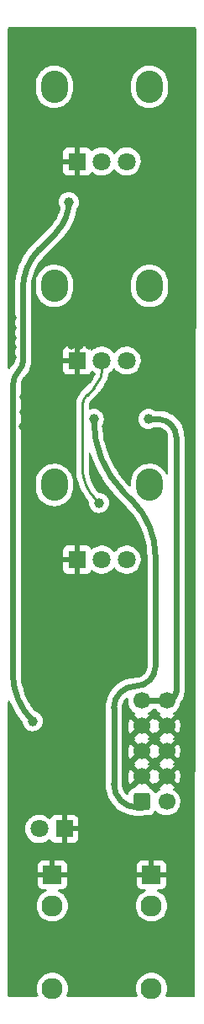
<source format=gbr>
%TF.GenerationSoftware,KiCad,Pcbnew,6.0.7+dfsg-1~bpo11+1*%
%TF.CreationDate,2022-10-26T04:05:39+08:00*%
%TF.ProjectId,MiniDelay v1.0 - Main,4d696e69-4465-46c6-9179-2076312e3020,rev?*%
%TF.SameCoordinates,Original*%
%TF.FileFunction,Copper,L1,Top*%
%TF.FilePolarity,Positive*%
%FSLAX46Y46*%
G04 Gerber Fmt 4.6, Leading zero omitted, Abs format (unit mm)*
G04 Created by KiCad (PCBNEW 6.0.7+dfsg-1~bpo11+1) date 2022-10-26 04:05:39*
%MOMM*%
%LPD*%
G01*
G04 APERTURE LIST*
G04 Aperture macros list*
%AMRoundRect*
0 Rectangle with rounded corners*
0 $1 Rounding radius*
0 $2 $3 $4 $5 $6 $7 $8 $9 X,Y pos of 4 corners*
0 Add a 4 corners polygon primitive as box body*
4,1,4,$2,$3,$4,$5,$6,$7,$8,$9,$2,$3,0*
0 Add four circle primitives for the rounded corners*
1,1,$1+$1,$2,$3*
1,1,$1+$1,$4,$5*
1,1,$1+$1,$6,$7*
1,1,$1+$1,$8,$9*
0 Add four rect primitives between the rounded corners*
20,1,$1+$1,$2,$3,$4,$5,0*
20,1,$1+$1,$4,$5,$6,$7,0*
20,1,$1+$1,$6,$7,$8,$9,0*
20,1,$1+$1,$8,$9,$2,$3,0*%
G04 Aperture macros list end*
%TA.AperFunction,ComponentPad*%
%ADD10R,1.800000X1.800000*%
%TD*%
%TA.AperFunction,ComponentPad*%
%ADD11C,1.800000*%
%TD*%
%TA.AperFunction,ComponentPad*%
%ADD12R,1.930000X1.830000*%
%TD*%
%TA.AperFunction,ComponentPad*%
%ADD13C,2.130000*%
%TD*%
%TA.AperFunction,ComponentPad*%
%ADD14O,2.720000X3.240000*%
%TD*%
%TA.AperFunction,ComponentPad*%
%ADD15RoundRect,0.250000X-0.600000X-0.600000X0.600000X-0.600000X0.600000X0.600000X-0.600000X0.600000X0*%
%TD*%
%TA.AperFunction,ComponentPad*%
%ADD16C,1.700000*%
%TD*%
%TA.AperFunction,ViaPad*%
%ADD17C,0.800000*%
%TD*%
%TA.AperFunction,ViaPad*%
%ADD18C,1.000000*%
%TD*%
%TA.AperFunction,Conductor*%
%ADD19C,0.600000*%
%TD*%
%TA.AperFunction,Conductor*%
%ADD20C,0.250000*%
%TD*%
G04 APERTURE END LIST*
D10*
%TO.P,D1,1,K*%
%TO.N,GND*%
X131200000Y-138550000D03*
D11*
%TO.P,D1,2,A*%
%TO.N,Net-(D1-Pad2)*%
X128660000Y-138550000D03*
%TD*%
D12*
%TO.P,AudioOut1,S*%
%TO.N,GND*%
X140000000Y-143170000D03*
D13*
%TO.P,AudioOut1,T*%
%TO.N,Net-(AudioOut1-PadT)*%
X140000000Y-154570000D03*
%TO.P,AudioOut1,TN*%
%TO.N,unconnected-(AudioOut1-PadTN)*%
X140000000Y-146270000D03*
%TD*%
D12*
%TO.P,AudioIn1,S*%
%TO.N,GND*%
X130000000Y-143170000D03*
D13*
%TO.P,AudioIn1,T*%
%TO.N,Net-(AudioIn1-PadT)*%
X130000000Y-154570000D03*
%TO.P,AudioIn1,TN*%
%TO.N,unconnected-(AudioIn1-PadTN)*%
X130000000Y-146270000D03*
%TD*%
D14*
%TO.P,LEVEL1,*%
%TO.N,*%
X139800000Y-104000000D03*
X130200000Y-104000000D03*
D10*
%TO.P,LEVEL1,1,1*%
%TO.N,GND*%
X132500000Y-111500000D03*
D11*
%TO.P,LEVEL1,2,2*%
%TO.N,WET_OUT*%
X135000000Y-111500000D03*
%TO.P,LEVEL1,3,3*%
%TO.N,Net-(LEVEL1-Pad3)*%
X137500000Y-111500000D03*
%TD*%
D14*
%TO.P,TIME1,*%
%TO.N,*%
X139800000Y-64000000D03*
X130200000Y-64000000D03*
D10*
%TO.P,TIME1,1,1*%
%TO.N,GND*%
X132500000Y-71500000D03*
D11*
%TO.P,TIME1,2,2*%
%TO.N,Net-(R5-Pad2)*%
X135000000Y-71500000D03*
%TO.P,TIME1,3,3*%
X137500000Y-71500000D03*
%TD*%
D14*
%TO.P,REPEATS1,*%
%TO.N,*%
X130200000Y-84000000D03*
X139800000Y-84000000D03*
D10*
%TO.P,REPEATS1,1,1*%
%TO.N,GND*%
X132500000Y-91500000D03*
D11*
%TO.P,REPEATS1,2,2*%
%TO.N,REPEATS*%
X135000000Y-91500000D03*
%TO.P,REPEATS1,3,3*%
%TO.N,Net-(LEVEL1-Pad3)*%
X137500000Y-91500000D03*
%TD*%
D15*
%TO.P,J1,1,Pin_1*%
%TO.N,-12V*%
X138997500Y-135830000D03*
D16*
%TO.P,J1,2,Pin_2*%
X141537500Y-135830000D03*
%TO.P,J1,3,Pin_3*%
%TO.N,GND*%
X138997500Y-133290000D03*
%TO.P,J1,4,Pin_4*%
X141537500Y-133290000D03*
%TO.P,J1,5,Pin_5*%
X138997500Y-130750000D03*
%TO.P,J1,6,Pin_6*%
X141537500Y-130750000D03*
%TO.P,J1,7,Pin_7*%
X138997500Y-128210000D03*
%TO.P,J1,8,Pin_8*%
X141537500Y-128210000D03*
%TO.P,J1,9,Pin_9*%
%TO.N,+12V*%
X138997500Y-125670000D03*
%TO.P,J1,10,Pin_10*%
X141537500Y-125670000D03*
%TD*%
D17*
%TO.N,GND*%
X135500000Y-76700000D03*
X133500000Y-69500000D03*
X132400000Y-67500000D03*
X130300000Y-132425000D03*
X131300000Y-69500000D03*
X132800000Y-90000000D03*
X132600000Y-88200000D03*
X132400000Y-68500000D03*
X134400000Y-88200000D03*
X137500000Y-103150000D03*
X135500000Y-75800000D03*
X131475000Y-132400000D03*
X143900000Y-97200000D03*
X131300000Y-67500000D03*
X127050000Y-96700000D03*
X132100000Y-133375000D03*
X130900000Y-133375000D03*
X132700000Y-132400000D03*
X133500000Y-88200000D03*
X129625000Y-133375000D03*
X133700000Y-90000000D03*
X126000000Y-88200000D03*
X126200000Y-150000000D03*
X126000000Y-90200000D03*
X126200000Y-151200000D03*
X126200000Y-152400000D03*
X133500000Y-67500000D03*
X143900000Y-96200000D03*
X133500000Y-68500000D03*
X131300000Y-68500000D03*
X126000000Y-91200000D03*
X134600000Y-76700000D03*
X141500000Y-90000000D03*
X133700000Y-75800000D03*
X139200000Y-90000000D03*
X132400000Y-69500000D03*
X126000000Y-87200000D03*
X139400000Y-98950000D03*
X133700000Y-76700000D03*
X134600000Y-75800000D03*
X129100000Y-132450000D03*
X126000000Y-89200000D03*
X127000000Y-98100000D03*
X131900000Y-90000000D03*
X140400000Y-90000000D03*
X127050000Y-95125000D03*
D18*
%TO.N,+12V*%
X139675000Y-97375000D03*
%TO.N,REPEATS*%
X134710000Y-105790000D03*
%TO.N,-12V*%
X134175000Y-97375000D03*
%TO.N,+5V*%
X131650000Y-75600000D03*
X128025000Y-127725000D03*
%TD*%
D19*
%TO.N,+12V*%
X142500000Y-99225000D02*
X142500000Y-124707500D01*
X141537500Y-125670000D02*
X138997500Y-125670000D01*
X139675000Y-97375000D02*
X140650000Y-97375000D01*
X142500000Y-99225000D02*
G75*
G03*
X140650000Y-97375000I-1850000J0D01*
G01*
X141537500Y-125670000D02*
G75*
G03*
X142500000Y-124707500I0J962500D01*
G01*
D20*
%TO.N,REPEATS*%
X133025000Y-96089870D02*
X133025000Y-102206193D01*
X133495134Y-94954866D02*
X134207047Y-94242953D01*
X135100000Y-92087172D02*
X135100000Y-91550000D01*
X134367659Y-105447660D02*
X134710000Y-105790000D01*
X133495157Y-94954889D02*
G75*
G03*
X133025000Y-96089870I1134943J-1135011D01*
G01*
X135099990Y-92087172D02*
G75*
G02*
X134207046Y-94242952I-3048690J-28D01*
G01*
X134367661Y-105447658D02*
G75*
G02*
X133025000Y-102206193I3241439J3241458D01*
G01*
D19*
%TO.N,-12V*%
X138550000Y-136400000D02*
X139050000Y-136400000D01*
X138084225Y-105609226D02*
X137700000Y-105225000D01*
X140400000Y-111200000D02*
X140400000Y-122206418D01*
X134175000Y-97438640D02*
X134175000Y-97375000D01*
X137700000Y-105225000D02*
X137188237Y-104713237D01*
X136200000Y-126406418D02*
X136200000Y-134050000D01*
X138084215Y-105609236D02*
G75*
G02*
X140400000Y-111200000I-5590715J-5590764D01*
G01*
X138406418Y-124200000D02*
G75*
G03*
X140400000Y-122206418I-18J1993600D01*
G01*
X138550000Y-136400000D02*
G75*
G02*
X136200000Y-134050000I0J2350000D01*
G01*
X136200000Y-126406418D02*
G75*
G02*
X138406418Y-124200000I2206400J18D01*
G01*
X134174963Y-97438640D02*
G75*
G03*
X137188238Y-104713236I10287837J40D01*
G01*
%TO.N,+5V*%
X127020000Y-84355878D02*
X127020000Y-91627452D01*
X126000000Y-94089949D02*
X126000000Y-122836218D01*
X130412563Y-78587437D02*
X128700000Y-80300000D01*
X126699985Y-92399985D02*
G75*
G03*
X127020000Y-91627452I-772585J772585D01*
G01*
X127019992Y-84355878D02*
G75*
G02*
X128700001Y-80300001I5735908J-22D01*
G01*
X128025005Y-127724995D02*
G75*
G02*
X126000000Y-122836218I4888795J4888795D01*
G01*
X130412568Y-78587442D02*
G75*
G03*
X131650000Y-75600000I-2987468J2987442D01*
G01*
X126000021Y-94089949D02*
G75*
G02*
X126700000Y-92400000I2389879J49D01*
G01*
%TD*%
%TA.AperFunction,Conductor*%
%TO.N,GND*%
G36*
X144433621Y-58028502D02*
G01*
X144480114Y-58082158D01*
X144491500Y-58134500D01*
X144491500Y-66187500D01*
X144400129Y-155274129D01*
X144380057Y-155342229D01*
X144326354Y-155388667D01*
X144274129Y-155400000D01*
X141547919Y-155400000D01*
X141479798Y-155379998D01*
X141433305Y-155326342D01*
X141423201Y-155256068D01*
X141431510Y-155225782D01*
X141499221Y-155062315D01*
X141499222Y-155062313D01*
X141501115Y-155057742D01*
X141521501Y-154972830D01*
X141557779Y-154821724D01*
X141557780Y-154821718D01*
X141558934Y-154816911D01*
X141578366Y-154570000D01*
X141558934Y-154323089D01*
X141557780Y-154318282D01*
X141557779Y-154318276D01*
X141502270Y-154087070D01*
X141501115Y-154082258D01*
X141406334Y-153853437D01*
X141276925Y-153642260D01*
X141116073Y-153453927D01*
X140927740Y-153293075D01*
X140716563Y-153163666D01*
X140711993Y-153161773D01*
X140711989Y-153161771D01*
X140492315Y-153070779D01*
X140492313Y-153070778D01*
X140487742Y-153068885D01*
X140402830Y-153048499D01*
X140251724Y-153012221D01*
X140251718Y-153012220D01*
X140246911Y-153011066D01*
X140000000Y-152991634D01*
X139753089Y-153011066D01*
X139748282Y-153012220D01*
X139748276Y-153012221D01*
X139597170Y-153048499D01*
X139512258Y-153068885D01*
X139507687Y-153070778D01*
X139507685Y-153070779D01*
X139288011Y-153161771D01*
X139288007Y-153161773D01*
X139283437Y-153163666D01*
X139072260Y-153293075D01*
X138883927Y-153453927D01*
X138723075Y-153642260D01*
X138593666Y-153853437D01*
X138498885Y-154082258D01*
X138497730Y-154087070D01*
X138442221Y-154318276D01*
X138442220Y-154318282D01*
X138441066Y-154323089D01*
X138421634Y-154570000D01*
X138441066Y-154816911D01*
X138442220Y-154821718D01*
X138442221Y-154821724D01*
X138478499Y-154972830D01*
X138498885Y-155057742D01*
X138500778Y-155062313D01*
X138500779Y-155062315D01*
X138568490Y-155225782D01*
X138576079Y-155296371D01*
X138544300Y-155359858D01*
X138483242Y-155396086D01*
X138452081Y-155400000D01*
X131547919Y-155400000D01*
X131479798Y-155379998D01*
X131433305Y-155326342D01*
X131423201Y-155256068D01*
X131431510Y-155225782D01*
X131499221Y-155062315D01*
X131499222Y-155062313D01*
X131501115Y-155057742D01*
X131521501Y-154972830D01*
X131557779Y-154821724D01*
X131557780Y-154821718D01*
X131558934Y-154816911D01*
X131578366Y-154570000D01*
X131558934Y-154323089D01*
X131557780Y-154318282D01*
X131557779Y-154318276D01*
X131502270Y-154087070D01*
X131501115Y-154082258D01*
X131406334Y-153853437D01*
X131276925Y-153642260D01*
X131116073Y-153453927D01*
X130927740Y-153293075D01*
X130716563Y-153163666D01*
X130711993Y-153161773D01*
X130711989Y-153161771D01*
X130492315Y-153070779D01*
X130492313Y-153070778D01*
X130487742Y-153068885D01*
X130402830Y-153048499D01*
X130251724Y-153012221D01*
X130251718Y-153012220D01*
X130246911Y-153011066D01*
X130000000Y-152991634D01*
X129753089Y-153011066D01*
X129748282Y-153012220D01*
X129748276Y-153012221D01*
X129597170Y-153048499D01*
X129512258Y-153068885D01*
X129507687Y-153070778D01*
X129507685Y-153070779D01*
X129288011Y-153161771D01*
X129288007Y-153161773D01*
X129283437Y-153163666D01*
X129072260Y-153293075D01*
X128883927Y-153453927D01*
X128723075Y-153642260D01*
X128593666Y-153853437D01*
X128498885Y-154082258D01*
X128497730Y-154087070D01*
X128442221Y-154318276D01*
X128442220Y-154318282D01*
X128441066Y-154323089D01*
X128421634Y-154570000D01*
X128441066Y-154816911D01*
X128442220Y-154821718D01*
X128442221Y-154821724D01*
X128478499Y-154972830D01*
X128498885Y-155057742D01*
X128500778Y-155062313D01*
X128500779Y-155062315D01*
X128568490Y-155225782D01*
X128576079Y-155296371D01*
X128544300Y-155359858D01*
X128483242Y-155396086D01*
X128452081Y-155400000D01*
X125634500Y-155400000D01*
X125566379Y-155379998D01*
X125519886Y-155326342D01*
X125508500Y-155274000D01*
X125508500Y-146270000D01*
X128421634Y-146270000D01*
X128441066Y-146516911D01*
X128442220Y-146521718D01*
X128442221Y-146521724D01*
X128478499Y-146672830D01*
X128498885Y-146757742D01*
X128593666Y-146986563D01*
X128723075Y-147197740D01*
X128883927Y-147386073D01*
X129072260Y-147546925D01*
X129283437Y-147676334D01*
X129288007Y-147678227D01*
X129288011Y-147678229D01*
X129507685Y-147769221D01*
X129512258Y-147771115D01*
X129597170Y-147791501D01*
X129748276Y-147827779D01*
X129748282Y-147827780D01*
X129753089Y-147828934D01*
X130000000Y-147848366D01*
X130246911Y-147828934D01*
X130251718Y-147827780D01*
X130251724Y-147827779D01*
X130402830Y-147791501D01*
X130487742Y-147771115D01*
X130492315Y-147769221D01*
X130711989Y-147678229D01*
X130711993Y-147678227D01*
X130716563Y-147676334D01*
X130927740Y-147546925D01*
X131116073Y-147386073D01*
X131276925Y-147197740D01*
X131406334Y-146986563D01*
X131501115Y-146757742D01*
X131521501Y-146672830D01*
X131557779Y-146521724D01*
X131557780Y-146521718D01*
X131558934Y-146516911D01*
X131578366Y-146270000D01*
X138421634Y-146270000D01*
X138441066Y-146516911D01*
X138442220Y-146521718D01*
X138442221Y-146521724D01*
X138478499Y-146672830D01*
X138498885Y-146757742D01*
X138593666Y-146986563D01*
X138723075Y-147197740D01*
X138883927Y-147386073D01*
X139072260Y-147546925D01*
X139283437Y-147676334D01*
X139288007Y-147678227D01*
X139288011Y-147678229D01*
X139507685Y-147769221D01*
X139512258Y-147771115D01*
X139597170Y-147791501D01*
X139748276Y-147827779D01*
X139748282Y-147827780D01*
X139753089Y-147828934D01*
X140000000Y-147848366D01*
X140246911Y-147828934D01*
X140251718Y-147827780D01*
X140251724Y-147827779D01*
X140402830Y-147791501D01*
X140487742Y-147771115D01*
X140492315Y-147769221D01*
X140711989Y-147678229D01*
X140711993Y-147678227D01*
X140716563Y-147676334D01*
X140927740Y-147546925D01*
X141116073Y-147386073D01*
X141276925Y-147197740D01*
X141406334Y-146986563D01*
X141501115Y-146757742D01*
X141521501Y-146672830D01*
X141557779Y-146521724D01*
X141557780Y-146521718D01*
X141558934Y-146516911D01*
X141578366Y-146270000D01*
X141558934Y-146023089D01*
X141557780Y-146018282D01*
X141557779Y-146018276D01*
X141502270Y-145787070D01*
X141501115Y-145782258D01*
X141406334Y-145553437D01*
X141276925Y-145342260D01*
X141116073Y-145153927D01*
X140927740Y-144993075D01*
X140716563Y-144863666D01*
X140648342Y-144835408D01*
X140593062Y-144790859D01*
X140570641Y-144723496D01*
X140588199Y-144654705D01*
X140640162Y-144606326D01*
X140696561Y-144592999D01*
X141009669Y-144592999D01*
X141016490Y-144592629D01*
X141067352Y-144587105D01*
X141082604Y-144583479D01*
X141203054Y-144538324D01*
X141218649Y-144529786D01*
X141320724Y-144453285D01*
X141333285Y-144440724D01*
X141409786Y-144338649D01*
X141418324Y-144323054D01*
X141463478Y-144202606D01*
X141467105Y-144187351D01*
X141472631Y-144136486D01*
X141473000Y-144129672D01*
X141473000Y-143442115D01*
X141468525Y-143426876D01*
X141467135Y-143425671D01*
X141459452Y-143424000D01*
X138545116Y-143424000D01*
X138529877Y-143428475D01*
X138528672Y-143429865D01*
X138527001Y-143437548D01*
X138527001Y-144129669D01*
X138527371Y-144136490D01*
X138532895Y-144187352D01*
X138536521Y-144202604D01*
X138581676Y-144323054D01*
X138590214Y-144338649D01*
X138666715Y-144440724D01*
X138679276Y-144453285D01*
X138781351Y-144529786D01*
X138796946Y-144538324D01*
X138917394Y-144583478D01*
X138932649Y-144587105D01*
X138983514Y-144592631D01*
X138990328Y-144593000D01*
X139303438Y-144593000D01*
X139371559Y-144613002D01*
X139418052Y-144666658D01*
X139428156Y-144736932D01*
X139398662Y-144801512D01*
X139351657Y-144835408D01*
X139323360Y-144847129D01*
X139288011Y-144861771D01*
X139288007Y-144861773D01*
X139283437Y-144863666D01*
X139072260Y-144993075D01*
X138883927Y-145153927D01*
X138723075Y-145342260D01*
X138593666Y-145553437D01*
X138498885Y-145782258D01*
X138497730Y-145787070D01*
X138442221Y-146018276D01*
X138442220Y-146018282D01*
X138441066Y-146023089D01*
X138421634Y-146270000D01*
X131578366Y-146270000D01*
X131558934Y-146023089D01*
X131557780Y-146018282D01*
X131557779Y-146018276D01*
X131502270Y-145787070D01*
X131501115Y-145782258D01*
X131406334Y-145553437D01*
X131276925Y-145342260D01*
X131116073Y-145153927D01*
X130927740Y-144993075D01*
X130716563Y-144863666D01*
X130648342Y-144835408D01*
X130593062Y-144790859D01*
X130570641Y-144723496D01*
X130588199Y-144654705D01*
X130640162Y-144606326D01*
X130696561Y-144592999D01*
X131009669Y-144592999D01*
X131016490Y-144592629D01*
X131067352Y-144587105D01*
X131082604Y-144583479D01*
X131203054Y-144538324D01*
X131218649Y-144529786D01*
X131320724Y-144453285D01*
X131333285Y-144440724D01*
X131409786Y-144338649D01*
X131418324Y-144323054D01*
X131463478Y-144202606D01*
X131467105Y-144187351D01*
X131472631Y-144136486D01*
X131473000Y-144129672D01*
X131473000Y-143442115D01*
X131468525Y-143426876D01*
X131467135Y-143425671D01*
X131459452Y-143424000D01*
X128545116Y-143424000D01*
X128529877Y-143428475D01*
X128528672Y-143429865D01*
X128527001Y-143437548D01*
X128527001Y-144129669D01*
X128527371Y-144136490D01*
X128532895Y-144187352D01*
X128536521Y-144202604D01*
X128581676Y-144323054D01*
X128590214Y-144338649D01*
X128666715Y-144440724D01*
X128679276Y-144453285D01*
X128781351Y-144529786D01*
X128796946Y-144538324D01*
X128917394Y-144583478D01*
X128932649Y-144587105D01*
X128983514Y-144592631D01*
X128990328Y-144593000D01*
X129303438Y-144593000D01*
X129371559Y-144613002D01*
X129418052Y-144666658D01*
X129428156Y-144736932D01*
X129398662Y-144801512D01*
X129351657Y-144835408D01*
X129323360Y-144847129D01*
X129288011Y-144861771D01*
X129288007Y-144861773D01*
X129283437Y-144863666D01*
X129072260Y-144993075D01*
X128883927Y-145153927D01*
X128723075Y-145342260D01*
X128593666Y-145553437D01*
X128498885Y-145782258D01*
X128497730Y-145787070D01*
X128442221Y-146018276D01*
X128442220Y-146018282D01*
X128441066Y-146023089D01*
X128421634Y-146270000D01*
X125508500Y-146270000D01*
X125508500Y-142897885D01*
X128527000Y-142897885D01*
X128531475Y-142913124D01*
X128532865Y-142914329D01*
X128540548Y-142916000D01*
X129727885Y-142916000D01*
X129743124Y-142911525D01*
X129744329Y-142910135D01*
X129746000Y-142902452D01*
X129746000Y-142897885D01*
X130254000Y-142897885D01*
X130258475Y-142913124D01*
X130259865Y-142914329D01*
X130267548Y-142916000D01*
X131454884Y-142916000D01*
X131470123Y-142911525D01*
X131471328Y-142910135D01*
X131472999Y-142902452D01*
X131472999Y-142897885D01*
X138527000Y-142897885D01*
X138531475Y-142913124D01*
X138532865Y-142914329D01*
X138540548Y-142916000D01*
X139727885Y-142916000D01*
X139743124Y-142911525D01*
X139744329Y-142910135D01*
X139746000Y-142902452D01*
X139746000Y-142897885D01*
X140254000Y-142897885D01*
X140258475Y-142913124D01*
X140259865Y-142914329D01*
X140267548Y-142916000D01*
X141454884Y-142916000D01*
X141470123Y-142911525D01*
X141471328Y-142910135D01*
X141472999Y-142902452D01*
X141472999Y-142210331D01*
X141472629Y-142203510D01*
X141467105Y-142152648D01*
X141463479Y-142137396D01*
X141418324Y-142016946D01*
X141409786Y-142001351D01*
X141333285Y-141899276D01*
X141320724Y-141886715D01*
X141218649Y-141810214D01*
X141203054Y-141801676D01*
X141082606Y-141756522D01*
X141067351Y-141752895D01*
X141016486Y-141747369D01*
X141009672Y-141747000D01*
X140272115Y-141747000D01*
X140256876Y-141751475D01*
X140255671Y-141752865D01*
X140254000Y-141760548D01*
X140254000Y-142897885D01*
X139746000Y-142897885D01*
X139746000Y-141765116D01*
X139741525Y-141749877D01*
X139740135Y-141748672D01*
X139732452Y-141747001D01*
X138990331Y-141747001D01*
X138983510Y-141747371D01*
X138932648Y-141752895D01*
X138917396Y-141756521D01*
X138796946Y-141801676D01*
X138781351Y-141810214D01*
X138679276Y-141886715D01*
X138666715Y-141899276D01*
X138590214Y-142001351D01*
X138581676Y-142016946D01*
X138536522Y-142137394D01*
X138532895Y-142152649D01*
X138527369Y-142203514D01*
X138527000Y-142210328D01*
X138527000Y-142897885D01*
X131472999Y-142897885D01*
X131472999Y-142210331D01*
X131472629Y-142203510D01*
X131467105Y-142152648D01*
X131463479Y-142137396D01*
X131418324Y-142016946D01*
X131409786Y-142001351D01*
X131333285Y-141899276D01*
X131320724Y-141886715D01*
X131218649Y-141810214D01*
X131203054Y-141801676D01*
X131082606Y-141756522D01*
X131067351Y-141752895D01*
X131016486Y-141747369D01*
X131009672Y-141747000D01*
X130272115Y-141747000D01*
X130256876Y-141751475D01*
X130255671Y-141752865D01*
X130254000Y-141760548D01*
X130254000Y-142897885D01*
X129746000Y-142897885D01*
X129746000Y-141765116D01*
X129741525Y-141749877D01*
X129740135Y-141748672D01*
X129732452Y-141747001D01*
X128990331Y-141747001D01*
X128983510Y-141747371D01*
X128932648Y-141752895D01*
X128917396Y-141756521D01*
X128796946Y-141801676D01*
X128781351Y-141810214D01*
X128679276Y-141886715D01*
X128666715Y-141899276D01*
X128590214Y-142001351D01*
X128581676Y-142016946D01*
X128536522Y-142137394D01*
X128532895Y-142152649D01*
X128527369Y-142203514D01*
X128527000Y-142210328D01*
X128527000Y-142897885D01*
X125508500Y-142897885D01*
X125508500Y-138515469D01*
X127247095Y-138515469D01*
X127260427Y-138746697D01*
X127261564Y-138751743D01*
X127261565Y-138751749D01*
X127276394Y-138817548D01*
X127311346Y-138972642D01*
X127313288Y-138977424D01*
X127313289Y-138977428D01*
X127396540Y-139182450D01*
X127398484Y-139187237D01*
X127519501Y-139384719D01*
X127671147Y-139559784D01*
X127849349Y-139707730D01*
X128049322Y-139824584D01*
X128265694Y-139907209D01*
X128270760Y-139908240D01*
X128270761Y-139908240D01*
X128323846Y-139919040D01*
X128492656Y-139953385D01*
X128623324Y-139958176D01*
X128718949Y-139961683D01*
X128718953Y-139961683D01*
X128724113Y-139961872D01*
X128729233Y-139961216D01*
X128729235Y-139961216D01*
X128828668Y-139948478D01*
X128953847Y-139932442D01*
X128958795Y-139930957D01*
X128958802Y-139930956D01*
X129170747Y-139867369D01*
X129175690Y-139865886D01*
X129256236Y-139826427D01*
X129379049Y-139766262D01*
X129379052Y-139766260D01*
X129383684Y-139763991D01*
X129572243Y-139629494D01*
X129575898Y-139625852D01*
X129575906Y-139625845D01*
X129617697Y-139584199D01*
X129680068Y-139550282D01*
X129750875Y-139555470D01*
X129807637Y-139598116D01*
X129824619Y-139629218D01*
X129846677Y-139688056D01*
X129855214Y-139703649D01*
X129931715Y-139805724D01*
X129944276Y-139818285D01*
X130046351Y-139894786D01*
X130061946Y-139903324D01*
X130182394Y-139948478D01*
X130197649Y-139952105D01*
X130248514Y-139957631D01*
X130255328Y-139958000D01*
X130927885Y-139958000D01*
X130943124Y-139953525D01*
X130944329Y-139952135D01*
X130946000Y-139944452D01*
X130946000Y-139939884D01*
X131454000Y-139939884D01*
X131458475Y-139955123D01*
X131459865Y-139956328D01*
X131467548Y-139957999D01*
X132144669Y-139957999D01*
X132151490Y-139957629D01*
X132202352Y-139952105D01*
X132217604Y-139948479D01*
X132338054Y-139903324D01*
X132353649Y-139894786D01*
X132455724Y-139818285D01*
X132468285Y-139805724D01*
X132544786Y-139703649D01*
X132553324Y-139688054D01*
X132598478Y-139567606D01*
X132602105Y-139552351D01*
X132607631Y-139501486D01*
X132608000Y-139494672D01*
X132608000Y-138822115D01*
X132603525Y-138806876D01*
X132602135Y-138805671D01*
X132594452Y-138804000D01*
X131472115Y-138804000D01*
X131456876Y-138808475D01*
X131455671Y-138809865D01*
X131454000Y-138817548D01*
X131454000Y-139939884D01*
X130946000Y-139939884D01*
X130946000Y-138277885D01*
X131454000Y-138277885D01*
X131458475Y-138293124D01*
X131459865Y-138294329D01*
X131467548Y-138296000D01*
X132589884Y-138296000D01*
X132605123Y-138291525D01*
X132606328Y-138290135D01*
X132607999Y-138282452D01*
X132607999Y-137605331D01*
X132607629Y-137598510D01*
X132602105Y-137547648D01*
X132598479Y-137532396D01*
X132553324Y-137411946D01*
X132544786Y-137396351D01*
X132468285Y-137294276D01*
X132455724Y-137281715D01*
X132353649Y-137205214D01*
X132338054Y-137196676D01*
X132217606Y-137151522D01*
X132202351Y-137147895D01*
X132151486Y-137142369D01*
X132144672Y-137142000D01*
X131472115Y-137142000D01*
X131456876Y-137146475D01*
X131455671Y-137147865D01*
X131454000Y-137155548D01*
X131454000Y-138277885D01*
X130946000Y-138277885D01*
X130946000Y-137160116D01*
X130941525Y-137144877D01*
X130940135Y-137143672D01*
X130932452Y-137142001D01*
X130255331Y-137142001D01*
X130248510Y-137142371D01*
X130197648Y-137147895D01*
X130182396Y-137151521D01*
X130061946Y-137196676D01*
X130046351Y-137205214D01*
X129944276Y-137281715D01*
X129931715Y-137294276D01*
X129855214Y-137396351D01*
X129846675Y-137411948D01*
X129825934Y-137467275D01*
X129783293Y-137524040D01*
X129716731Y-137548740D01*
X129647383Y-137533533D01*
X129624388Y-137516909D01*
X129623887Y-137516358D01*
X129561737Y-137467275D01*
X129446177Y-137376011D01*
X129446172Y-137376008D01*
X129442123Y-137372810D01*
X129437607Y-137370317D01*
X129437604Y-137370315D01*
X129243879Y-137263373D01*
X129243875Y-137263371D01*
X129239355Y-137260876D01*
X129234486Y-137259152D01*
X129234482Y-137259150D01*
X129025903Y-137185288D01*
X129025899Y-137185287D01*
X129021028Y-137183562D01*
X129015935Y-137182655D01*
X129015932Y-137182654D01*
X128798095Y-137143851D01*
X128798089Y-137143850D01*
X128793006Y-137142945D01*
X128715644Y-137142000D01*
X128566581Y-137140179D01*
X128566579Y-137140179D01*
X128561411Y-137140116D01*
X128332464Y-137175150D01*
X128112314Y-137247106D01*
X128107726Y-137249494D01*
X128107722Y-137249496D01*
X127911461Y-137351663D01*
X127906872Y-137354052D01*
X127902739Y-137357155D01*
X127902736Y-137357157D01*
X127756073Y-137467275D01*
X127721655Y-137493117D01*
X127561639Y-137660564D01*
X127431119Y-137851899D01*
X127333602Y-138061981D01*
X127271707Y-138285169D01*
X127247095Y-138515469D01*
X125508500Y-138515469D01*
X125508500Y-125776043D01*
X125528502Y-125707922D01*
X125582158Y-125661429D01*
X125652432Y-125651325D01*
X125717012Y-125680819D01*
X125752424Y-125731659D01*
X125764340Y-125763318D01*
X125775507Y-125792989D01*
X125776349Y-125794847D01*
X125776353Y-125794857D01*
X125805740Y-125859715D01*
X125984173Y-126253523D01*
X126222513Y-126699424D01*
X126489505Y-127128783D01*
X126490696Y-127130445D01*
X126490702Y-127130454D01*
X126771470Y-127522264D01*
X126784007Y-127539759D01*
X126785301Y-127541336D01*
X126785315Y-127541354D01*
X126996791Y-127799039D01*
X127024950Y-127868427D01*
X127028268Y-127907934D01*
X127082783Y-128098050D01*
X127173187Y-128273956D01*
X127296035Y-128428953D01*
X127446650Y-128557136D01*
X127619294Y-128653624D01*
X127807392Y-128714740D01*
X128003777Y-128738158D01*
X128009912Y-128737686D01*
X128009914Y-128737686D01*
X128194830Y-128723457D01*
X128194834Y-128723456D01*
X128200972Y-128722984D01*
X128391463Y-128669798D01*
X128396967Y-128667018D01*
X128396969Y-128667017D01*
X128562495Y-128583404D01*
X128562497Y-128583403D01*
X128567996Y-128580625D01*
X128723847Y-128458861D01*
X128853078Y-128309145D01*
X128950769Y-128137179D01*
X129013197Y-127949513D01*
X129037985Y-127753295D01*
X129038380Y-127725000D01*
X129019080Y-127528167D01*
X128961916Y-127338831D01*
X128869066Y-127164204D01*
X128779629Y-127054544D01*
X128747960Y-127015713D01*
X128747957Y-127015710D01*
X128744065Y-127010938D01*
X128739316Y-127007009D01*
X128596425Y-126888799D01*
X128596421Y-126888797D01*
X128591675Y-126884870D01*
X128417701Y-126790802D01*
X128250510Y-126739048D01*
X128189663Y-126697746D01*
X128070031Y-126549292D01*
X128029082Y-126498477D01*
X128023692Y-126491277D01*
X127780263Y-126140674D01*
X127775400Y-126133107D01*
X127750326Y-126090846D01*
X127557600Y-125766024D01*
X127553292Y-125758135D01*
X127514591Y-125680819D01*
X127379777Y-125411495D01*
X127362244Y-125376469D01*
X127358507Y-125368287D01*
X127278658Y-125175516D01*
X127195161Y-124973936D01*
X127192022Y-124965521D01*
X127190246Y-124960183D01*
X127057229Y-124560536D01*
X127054697Y-124551911D01*
X126963155Y-124193251D01*
X126949141Y-124138345D01*
X126947229Y-124129558D01*
X126871444Y-123709516D01*
X126870164Y-123700613D01*
X126824539Y-123276241D01*
X126823897Y-123267270D01*
X126810291Y-122886336D01*
X126811204Y-122866050D01*
X126812654Y-122854567D01*
X126812654Y-122854566D01*
X126813537Y-122847576D01*
X126811905Y-122830926D01*
X126809101Y-122802334D01*
X126808500Y-122790039D01*
X126808500Y-112444669D01*
X131092001Y-112444669D01*
X131092371Y-112451490D01*
X131097895Y-112502352D01*
X131101521Y-112517604D01*
X131146676Y-112638054D01*
X131155214Y-112653649D01*
X131231715Y-112755724D01*
X131244276Y-112768285D01*
X131346351Y-112844786D01*
X131361946Y-112853324D01*
X131482394Y-112898478D01*
X131497649Y-112902105D01*
X131548514Y-112907631D01*
X131555328Y-112908000D01*
X132227885Y-112908000D01*
X132243124Y-112903525D01*
X132244329Y-112902135D01*
X132246000Y-112894452D01*
X132246000Y-112889884D01*
X132754000Y-112889884D01*
X132758475Y-112905123D01*
X132759865Y-112906328D01*
X132767548Y-112907999D01*
X133444669Y-112907999D01*
X133451490Y-112907629D01*
X133502352Y-112902105D01*
X133517604Y-112898479D01*
X133638054Y-112853324D01*
X133653649Y-112844786D01*
X133755724Y-112768285D01*
X133768285Y-112755724D01*
X133844786Y-112653649D01*
X133853325Y-112638052D01*
X133865278Y-112606167D01*
X133907919Y-112549402D01*
X133974480Y-112524702D01*
X134043829Y-112539909D01*
X134063741Y-112553448D01*
X134189349Y-112657730D01*
X134389322Y-112774584D01*
X134605694Y-112857209D01*
X134610760Y-112858240D01*
X134610761Y-112858240D01*
X134663846Y-112869040D01*
X134832656Y-112903385D01*
X134963324Y-112908176D01*
X135058949Y-112911683D01*
X135058953Y-112911683D01*
X135064113Y-112911872D01*
X135069233Y-112911216D01*
X135069235Y-112911216D01*
X135168668Y-112898478D01*
X135293847Y-112882442D01*
X135298795Y-112880957D01*
X135298802Y-112880956D01*
X135510747Y-112817369D01*
X135515690Y-112815886D01*
X135596236Y-112776427D01*
X135719049Y-112716262D01*
X135719052Y-112716260D01*
X135723684Y-112713991D01*
X135912243Y-112579494D01*
X136076303Y-112416005D01*
X136145370Y-112319888D01*
X136201365Y-112276240D01*
X136272068Y-112269794D01*
X136335033Y-112302597D01*
X136355128Y-112327584D01*
X136356799Y-112330311D01*
X136356804Y-112330317D01*
X136359501Y-112334719D01*
X136511147Y-112509784D01*
X136689349Y-112657730D01*
X136889322Y-112774584D01*
X137105694Y-112857209D01*
X137110760Y-112858240D01*
X137110761Y-112858240D01*
X137163846Y-112869040D01*
X137332656Y-112903385D01*
X137463324Y-112908176D01*
X137558949Y-112911683D01*
X137558953Y-112911683D01*
X137564113Y-112911872D01*
X137569233Y-112911216D01*
X137569235Y-112911216D01*
X137668668Y-112898478D01*
X137793847Y-112882442D01*
X137798795Y-112880957D01*
X137798802Y-112880956D01*
X138010747Y-112817369D01*
X138015690Y-112815886D01*
X138096236Y-112776427D01*
X138219049Y-112716262D01*
X138219052Y-112716260D01*
X138223684Y-112713991D01*
X138412243Y-112579494D01*
X138576303Y-112416005D01*
X138711458Y-112227917D01*
X138814078Y-112020280D01*
X138881408Y-111798671D01*
X138911640Y-111569041D01*
X138913327Y-111500000D01*
X138907032Y-111423434D01*
X138894773Y-111274318D01*
X138894772Y-111274312D01*
X138894349Y-111269167D01*
X138837925Y-111044533D01*
X138745570Y-110832131D01*
X138619764Y-110637665D01*
X138463887Y-110466358D01*
X138459836Y-110463159D01*
X138459832Y-110463155D01*
X138286177Y-110326011D01*
X138286172Y-110326008D01*
X138282123Y-110322810D01*
X138277607Y-110320317D01*
X138277604Y-110320315D01*
X138083879Y-110213373D01*
X138083875Y-110213371D01*
X138079355Y-110210876D01*
X138074486Y-110209152D01*
X138074482Y-110209150D01*
X137865903Y-110135288D01*
X137865899Y-110135287D01*
X137861028Y-110133562D01*
X137855935Y-110132655D01*
X137855932Y-110132654D01*
X137638095Y-110093851D01*
X137638089Y-110093850D01*
X137633006Y-110092945D01*
X137555644Y-110092000D01*
X137406581Y-110090179D01*
X137406579Y-110090179D01*
X137401411Y-110090116D01*
X137172464Y-110125150D01*
X136952314Y-110197106D01*
X136947726Y-110199494D01*
X136947722Y-110199496D01*
X136751461Y-110301663D01*
X136746872Y-110304052D01*
X136742739Y-110307155D01*
X136742736Y-110307157D01*
X136565790Y-110440012D01*
X136561655Y-110443117D01*
X136401639Y-110610564D01*
X136354836Y-110679174D01*
X136299927Y-110724175D01*
X136229402Y-110732346D01*
X136165655Y-110701092D01*
X136144959Y-110676609D01*
X136122577Y-110642013D01*
X136122574Y-110642009D01*
X136119764Y-110637665D01*
X135963887Y-110466358D01*
X135959836Y-110463159D01*
X135959832Y-110463155D01*
X135786177Y-110326011D01*
X135786172Y-110326008D01*
X135782123Y-110322810D01*
X135777607Y-110320317D01*
X135777604Y-110320315D01*
X135583879Y-110213373D01*
X135583875Y-110213371D01*
X135579355Y-110210876D01*
X135574486Y-110209152D01*
X135574482Y-110209150D01*
X135365903Y-110135288D01*
X135365899Y-110135287D01*
X135361028Y-110133562D01*
X135355935Y-110132655D01*
X135355932Y-110132654D01*
X135138095Y-110093851D01*
X135138089Y-110093850D01*
X135133006Y-110092945D01*
X135055644Y-110092000D01*
X134906581Y-110090179D01*
X134906579Y-110090179D01*
X134901411Y-110090116D01*
X134672464Y-110125150D01*
X134452314Y-110197106D01*
X134447726Y-110199494D01*
X134447722Y-110199496D01*
X134251461Y-110301663D01*
X134246872Y-110304052D01*
X134242739Y-110307155D01*
X134242736Y-110307157D01*
X134065790Y-110440012D01*
X134061655Y-110443117D01*
X134061066Y-110442333D01*
X134001346Y-110470484D01*
X133930955Y-110461231D01*
X133876741Y-110415391D01*
X133863925Y-110390224D01*
X133853323Y-110361944D01*
X133844786Y-110346351D01*
X133768285Y-110244276D01*
X133755724Y-110231715D01*
X133653649Y-110155214D01*
X133638054Y-110146676D01*
X133517606Y-110101522D01*
X133502351Y-110097895D01*
X133451486Y-110092369D01*
X133444672Y-110092000D01*
X132772115Y-110092000D01*
X132756876Y-110096475D01*
X132755671Y-110097865D01*
X132754000Y-110105548D01*
X132754000Y-112889884D01*
X132246000Y-112889884D01*
X132246000Y-111772115D01*
X132241525Y-111756876D01*
X132240135Y-111755671D01*
X132232452Y-111754000D01*
X131110116Y-111754000D01*
X131094877Y-111758475D01*
X131093672Y-111759865D01*
X131092001Y-111767548D01*
X131092001Y-112444669D01*
X126808500Y-112444669D01*
X126808500Y-111227885D01*
X131092000Y-111227885D01*
X131096475Y-111243124D01*
X131097865Y-111244329D01*
X131105548Y-111246000D01*
X132227885Y-111246000D01*
X132243124Y-111241525D01*
X132244329Y-111240135D01*
X132246000Y-111232452D01*
X132246000Y-110110116D01*
X132241525Y-110094877D01*
X132240135Y-110093672D01*
X132232452Y-110092001D01*
X131555331Y-110092001D01*
X131548510Y-110092371D01*
X131497648Y-110097895D01*
X131482396Y-110101521D01*
X131361946Y-110146676D01*
X131346351Y-110155214D01*
X131244276Y-110231715D01*
X131231715Y-110244276D01*
X131155214Y-110346351D01*
X131146676Y-110361946D01*
X131101522Y-110482394D01*
X131097895Y-110497649D01*
X131092369Y-110548514D01*
X131092000Y-110555328D01*
X131092000Y-111227885D01*
X126808500Y-111227885D01*
X126808500Y-104328884D01*
X128331500Y-104328884D01*
X128331665Y-104331152D01*
X128331665Y-104331164D01*
X128339725Y-104442238D01*
X128346125Y-104530451D01*
X128347109Y-104534906D01*
X128347109Y-104534909D01*
X128400604Y-104777204D01*
X128404585Y-104795237D01*
X128500655Y-105048810D01*
X128632324Y-105285859D01*
X128796833Y-105501417D01*
X128990736Y-105690970D01*
X129209972Y-105850547D01*
X129449947Y-105976804D01*
X129454248Y-105978323D01*
X129454253Y-105978325D01*
X129573302Y-106020365D01*
X129705634Y-106067096D01*
X129803653Y-106086415D01*
X129967206Y-106118652D01*
X129967212Y-106118653D01*
X129971678Y-106119533D01*
X129976232Y-106119760D01*
X129976234Y-106119760D01*
X130237936Y-106132789D01*
X130237942Y-106132789D01*
X130242505Y-106133016D01*
X130512441Y-106107262D01*
X130516870Y-106106178D01*
X130516877Y-106106177D01*
X130676584Y-106067096D01*
X130775832Y-106042810D01*
X130831247Y-106020365D01*
X131022931Y-105942725D01*
X131022932Y-105942725D01*
X131027160Y-105941012D01*
X131261161Y-105803999D01*
X131472932Y-105634641D01*
X131594399Y-105504612D01*
X131654921Y-105439824D01*
X131654923Y-105439821D01*
X131658037Y-105436488D01*
X131812598Y-105213688D01*
X131878599Y-105081022D01*
X131931346Y-104974997D01*
X131931347Y-104974994D01*
X131933379Y-104970910D01*
X132017847Y-104713240D01*
X132064235Y-104446075D01*
X132068500Y-104360400D01*
X132068500Y-103671116D01*
X132066328Y-103641170D01*
X132054205Y-103474100D01*
X132053875Y-103469549D01*
X132052891Y-103465091D01*
X131996400Y-103209223D01*
X131996399Y-103209219D01*
X131995415Y-103204763D01*
X131928859Y-103029090D01*
X131900963Y-102955460D01*
X131900962Y-102955457D01*
X131899345Y-102951190D01*
X131767676Y-102714141D01*
X131603167Y-102498583D01*
X131409264Y-102309030D01*
X131335119Y-102255061D01*
X131267980Y-102206192D01*
X132386847Y-102206192D01*
X132387343Y-102210292D01*
X132387478Y-102212745D01*
X132387975Y-102218957D01*
X132403570Y-102615878D01*
X132403859Y-102618321D01*
X132403860Y-102618332D01*
X132426155Y-102806704D01*
X132451760Y-103023039D01*
X132531748Y-103425163D01*
X132643039Y-103819772D01*
X132784948Y-104204433D01*
X132785978Y-104206668D01*
X132785980Y-104206672D01*
X132955563Y-104574526D01*
X132955570Y-104574539D01*
X132956600Y-104576774D01*
X133156936Y-104934499D01*
X133242995Y-105063295D01*
X133378501Y-105266092D01*
X133384722Y-105275403D01*
X133638553Y-105597385D01*
X133640228Y-105599197D01*
X133640234Y-105599204D01*
X133669163Y-105630498D01*
X133700716Y-105694098D01*
X133701854Y-105730073D01*
X133696719Y-105775851D01*
X133697235Y-105781995D01*
X133710588Y-105941012D01*
X133713268Y-105972934D01*
X133714967Y-105978858D01*
X133762293Y-106143903D01*
X133767783Y-106163050D01*
X133858187Y-106338956D01*
X133981035Y-106493953D01*
X134131650Y-106622136D01*
X134304294Y-106718624D01*
X134492392Y-106779740D01*
X134688777Y-106803158D01*
X134694912Y-106802686D01*
X134694914Y-106802686D01*
X134879830Y-106788457D01*
X134879834Y-106788456D01*
X134885972Y-106787984D01*
X135076463Y-106734798D01*
X135081967Y-106732018D01*
X135081969Y-106732017D01*
X135247495Y-106648404D01*
X135247497Y-106648403D01*
X135252996Y-106645625D01*
X135408847Y-106523861D01*
X135538078Y-106374145D01*
X135635769Y-106202179D01*
X135698197Y-106014513D01*
X135722985Y-105818295D01*
X135723380Y-105790000D01*
X135704080Y-105593167D01*
X135646916Y-105403831D01*
X135554066Y-105229204D01*
X135475687Y-105133102D01*
X135432960Y-105080713D01*
X135432957Y-105080710D01*
X135429065Y-105075938D01*
X135424316Y-105072009D01*
X135281425Y-104953799D01*
X135281421Y-104953797D01*
X135276675Y-104949870D01*
X135102701Y-104855802D01*
X134913768Y-104797318D01*
X134907643Y-104796674D01*
X134907642Y-104796674D01*
X134723204Y-104777289D01*
X134723202Y-104777289D01*
X134717075Y-104776645D01*
X134682927Y-104779753D01*
X134613275Y-104766008D01*
X134571546Y-104730976D01*
X134561262Y-104717573D01*
X134376313Y-104476544D01*
X134370008Y-104467540D01*
X134190737Y-104186142D01*
X134185247Y-104176633D01*
X134031176Y-103880667D01*
X134026539Y-103870723D01*
X134023639Y-103863720D01*
X133898851Y-103562457D01*
X133895095Y-103552135D01*
X133894468Y-103550144D01*
X133794767Y-103233935D01*
X133791922Y-103223318D01*
X133788797Y-103209223D01*
X133719708Y-102897578D01*
X133717800Y-102886761D01*
X133716769Y-102878925D01*
X133674251Y-102555966D01*
X133673293Y-102545017D01*
X133660350Y-102248568D01*
X133661308Y-102226625D01*
X133662127Y-102220408D01*
X133662127Y-102220404D01*
X133663118Y-102212877D01*
X133659261Y-102177941D01*
X133658500Y-102164114D01*
X133658500Y-100890687D01*
X133678502Y-100822566D01*
X133732158Y-100776073D01*
X133802432Y-100765969D01*
X133867012Y-100795463D01*
X133904550Y-100852423D01*
X133985047Y-101104976D01*
X134207106Y-101686702D01*
X134461433Y-102255061D01*
X134747229Y-102808265D01*
X134748121Y-102809776D01*
X134748122Y-102809779D01*
X135026933Y-103282427D01*
X135063593Y-103344575D01*
X135064567Y-103346033D01*
X135064571Y-103346039D01*
X135408546Y-103860828D01*
X135409531Y-103862302D01*
X135410595Y-103863716D01*
X135410598Y-103863720D01*
X135762389Y-104331164D01*
X135783954Y-104359818D01*
X135785087Y-104361159D01*
X135785088Y-104361161D01*
X135882521Y-104476544D01*
X136185684Y-104835558D01*
X136417460Y-105080713D01*
X136586468Y-105259477D01*
X136592084Y-105266124D01*
X136592121Y-105266092D01*
X136594710Y-105269111D01*
X136597087Y-105272266D01*
X136612927Y-105288553D01*
X136643286Y-105312788D01*
X136653773Y-105322165D01*
X137470697Y-106139089D01*
X137481160Y-106150957D01*
X137500937Y-106176453D01*
X137506385Y-106180928D01*
X137525947Y-106196997D01*
X137538190Y-106208503D01*
X137854722Y-106548480D01*
X137860613Y-106555278D01*
X138172909Y-106942811D01*
X138178285Y-106949993D01*
X138462139Y-107358816D01*
X138467002Y-107366383D01*
X138720963Y-107794408D01*
X138725273Y-107802302D01*
X138948044Y-108247340D01*
X138951781Y-108255522D01*
X139142243Y-108715334D01*
X139145382Y-108723749D01*
X139275692Y-109115265D01*
X139302557Y-109195981D01*
X139305091Y-109204611D01*
X139428174Y-109686842D01*
X139430086Y-109695631D01*
X139518453Y-110185416D01*
X139519733Y-110194319D01*
X139572933Y-110689153D01*
X139573575Y-110698125D01*
X139589710Y-111149881D01*
X139588796Y-111170170D01*
X139587502Y-111180414D01*
X139586463Y-111188640D01*
X139587151Y-111195652D01*
X139590899Y-111233882D01*
X139591500Y-111246177D01*
X139591500Y-122147257D01*
X139590506Y-122163050D01*
X139586463Y-122195051D01*
X139587151Y-122202064D01*
X139588667Y-122217531D01*
X139588879Y-122239712D01*
X139577686Y-122381913D01*
X139574596Y-122401430D01*
X139535807Y-122562993D01*
X139529705Y-122581772D01*
X139466121Y-122735276D01*
X139457153Y-122752875D01*
X139370342Y-122894538D01*
X139358728Y-122910523D01*
X139250832Y-123036852D01*
X139236852Y-123050832D01*
X139110523Y-123158728D01*
X139094538Y-123170342D01*
X138952875Y-123257153D01*
X138935276Y-123266121D01*
X138781772Y-123329705D01*
X138762981Y-123335810D01*
X138601443Y-123374593D01*
X138581922Y-123377685D01*
X138520327Y-123382533D01*
X138456623Y-123387547D01*
X138437054Y-123386996D01*
X138437011Y-123387556D01*
X138433067Y-123387253D01*
X138429142Y-123386701D01*
X138418477Y-123386552D01*
X138417771Y-123386463D01*
X138417063Y-123386532D01*
X138406425Y-123386384D01*
X138402504Y-123386824D01*
X138402498Y-123386824D01*
X138393754Y-123387805D01*
X138386308Y-123388417D01*
X138090846Y-123403899D01*
X137963227Y-123424111D01*
X137781981Y-123452816D01*
X137781975Y-123452817D01*
X137778725Y-123453332D01*
X137473480Y-123535121D01*
X137178458Y-123648368D01*
X137175516Y-123649867D01*
X137067138Y-123705088D01*
X136896889Y-123791833D01*
X136631859Y-123963945D01*
X136629302Y-123966016D01*
X136629296Y-123966020D01*
X136416489Y-124138347D01*
X136386271Y-124162817D01*
X136162817Y-124386271D01*
X136160745Y-124388830D01*
X136160743Y-124388832D01*
X135980881Y-124610945D01*
X135963945Y-124631859D01*
X135791833Y-124896889D01*
X135648368Y-125178458D01*
X135594115Y-125319793D01*
X135544508Y-125449027D01*
X135535121Y-125473480D01*
X135453332Y-125778725D01*
X135403899Y-126090846D01*
X135399328Y-126178086D01*
X135389943Y-126357188D01*
X135388890Y-126368129D01*
X135387745Y-126376277D01*
X135386701Y-126383708D01*
X135386384Y-126406425D01*
X135386826Y-126410362D01*
X135390715Y-126445034D01*
X135391500Y-126459080D01*
X135391500Y-133990845D01*
X135390506Y-134006637D01*
X135386463Y-134038640D01*
X135387152Y-134045661D01*
X135387091Y-134050004D01*
X135387165Y-134050000D01*
X135404491Y-134380606D01*
X135405004Y-134383846D01*
X135405005Y-134383854D01*
X135420913Y-134484291D01*
X135456281Y-134707590D01*
X135541965Y-135027370D01*
X135660606Y-135336441D01*
X135662104Y-135339381D01*
X135801277Y-135612522D01*
X135810905Y-135631418D01*
X135991213Y-135909068D01*
X136199556Y-136166350D01*
X136433650Y-136400444D01*
X136690932Y-136608787D01*
X136693707Y-136610589D01*
X136894163Y-136740766D01*
X136968583Y-136789095D01*
X137263559Y-136939394D01*
X137572630Y-137058035D01*
X137892410Y-137143719D01*
X138065964Y-137171208D01*
X138216146Y-137194995D01*
X138216154Y-137194996D01*
X138219394Y-137195509D01*
X138503015Y-137210373D01*
X138513954Y-137211426D01*
X138523354Y-137212747D01*
X138523356Y-137212747D01*
X138527283Y-137213299D01*
X138538985Y-137213462D01*
X138546038Y-137213561D01*
X138546043Y-137213561D01*
X138550000Y-137213616D01*
X138588611Y-137209285D01*
X138602657Y-137208500D01*
X139095610Y-137208500D01*
X139174355Y-137199667D01*
X139223259Y-137194182D01*
X139223261Y-137194181D01*
X139230255Y-137193397D01*
X139235724Y-137191493D01*
X139262398Y-137188500D01*
X139647900Y-137188500D01*
X139651146Y-137188163D01*
X139651150Y-137188163D01*
X139746808Y-137178238D01*
X139746812Y-137178237D01*
X139753666Y-137177526D01*
X139760202Y-137175345D01*
X139760204Y-137175345D01*
X139914498Y-137123868D01*
X139921446Y-137121550D01*
X140071848Y-137028478D01*
X140196805Y-136903303D01*
X140289615Y-136752738D01*
X140291918Y-136745795D01*
X140294263Y-136740766D01*
X140341180Y-136687481D01*
X140409458Y-136668021D01*
X140477418Y-136688564D01*
X140503694Y-136711520D01*
X140572191Y-136790594D01*
X140583750Y-136803938D01*
X140755626Y-136946632D01*
X140948500Y-137059338D01*
X141157192Y-137139030D01*
X141162260Y-137140061D01*
X141162263Y-137140062D01*
X141238380Y-137155548D01*
X141376097Y-137183567D01*
X141381272Y-137183757D01*
X141381274Y-137183757D01*
X141594173Y-137191564D01*
X141594177Y-137191564D01*
X141599337Y-137191753D01*
X141604457Y-137191097D01*
X141604459Y-137191097D01*
X141815788Y-137164025D01*
X141815789Y-137164025D01*
X141820916Y-137163368D01*
X141825866Y-137161883D01*
X142029929Y-137100661D01*
X142029934Y-137100659D01*
X142034884Y-137099174D01*
X142235494Y-137000896D01*
X142417360Y-136871173D01*
X142575596Y-136713489D01*
X142705953Y-136532077D01*
X142804930Y-136331811D01*
X142869870Y-136118069D01*
X142899029Y-135896590D01*
X142900656Y-135830000D01*
X142882352Y-135607361D01*
X142827931Y-135390702D01*
X142738854Y-135185840D01*
X142662820Y-135068309D01*
X142620322Y-135002617D01*
X142620320Y-135002614D01*
X142617514Y-134998277D01*
X142467170Y-134833051D01*
X142463119Y-134829852D01*
X142463115Y-134829848D01*
X142295914Y-134697800D01*
X142295910Y-134697798D01*
X142291859Y-134694598D01*
X142284186Y-134690362D01*
X142250069Y-134671529D01*
X142200098Y-134621097D01*
X142185326Y-134551654D01*
X142210442Y-134485248D01*
X142237793Y-134458642D01*
X142286747Y-134423723D01*
X142295148Y-134413023D01*
X142288160Y-134399870D01*
X141550312Y-133662022D01*
X141536368Y-133654408D01*
X141534535Y-133654539D01*
X141527920Y-133658790D01*
X140784237Y-134402473D01*
X140777477Y-134414853D01*
X140782758Y-134421907D01*
X140829469Y-134449203D01*
X140878193Y-134500841D01*
X140891264Y-134570624D01*
X140864533Y-134636396D01*
X140824084Y-134669752D01*
X140811107Y-134676507D01*
X140806974Y-134679610D01*
X140806971Y-134679612D01*
X140636600Y-134807530D01*
X140632465Y-134810635D01*
X140541281Y-134906054D01*
X140498527Y-134950793D01*
X140437003Y-134986223D01*
X140366090Y-134982766D01*
X140308304Y-134941520D01*
X140293333Y-134917194D01*
X140291365Y-134912994D01*
X140289050Y-134906054D01*
X140195978Y-134755652D01*
X140070803Y-134630695D01*
X139977784Y-134573357D01*
X139926468Y-134541725D01*
X139926466Y-134541724D01*
X139920238Y-134537885D01*
X139866474Y-134520052D01*
X139845140Y-134512976D01*
X139786780Y-134472545D01*
X139776229Y-134447146D01*
X139773924Y-134448370D01*
X139748160Y-134399870D01*
X139010312Y-133662022D01*
X138996368Y-133654408D01*
X138994535Y-133654539D01*
X138987920Y-133658790D01*
X138244237Y-134402473D01*
X138221485Y-134444139D01*
X138219277Y-134454287D01*
X138169074Y-134504488D01*
X138148567Y-134513424D01*
X138073554Y-134538450D01*
X137923152Y-134631522D01*
X137917979Y-134636704D01*
X137860186Y-134694598D01*
X137798195Y-134756697D01*
X137794355Y-134762927D01*
X137794354Y-134762928D01*
X137709966Y-134899831D01*
X137705385Y-134907262D01*
X137651968Y-135068311D01*
X137611539Y-135126669D01*
X137545975Y-135153906D01*
X137476093Y-135141373D01*
X137443281Y-135117737D01*
X137391387Y-135065843D01*
X137379614Y-135052257D01*
X137339205Y-134998277D01*
X137258606Y-134890609D01*
X137248889Y-134875489D01*
X137227802Y-134836870D01*
X137152120Y-134698271D01*
X137144653Y-134681920D01*
X137141746Y-134674124D01*
X137074090Y-134492731D01*
X137069026Y-134475483D01*
X137057371Y-134421907D01*
X137026105Y-134278183D01*
X137023547Y-134260392D01*
X137012147Y-134100995D01*
X137012842Y-134080613D01*
X137012444Y-134080582D01*
X137012747Y-134076642D01*
X137013299Y-134072717D01*
X137013616Y-134050000D01*
X137009285Y-134011388D01*
X137008500Y-133997343D01*
X137008500Y-133261863D01*
X137635550Y-133261863D01*
X137647809Y-133474477D01*
X137649245Y-133484697D01*
X137696065Y-133692446D01*
X137699145Y-133702275D01*
X137779270Y-133899603D01*
X137783913Y-133908794D01*
X137863960Y-134039420D01*
X137874416Y-134048880D01*
X137883194Y-134045096D01*
X138625478Y-133302812D01*
X138631856Y-133291132D01*
X139361908Y-133291132D01*
X139362039Y-133292965D01*
X139366290Y-133299580D01*
X140107974Y-134041264D01*
X140119984Y-134047823D01*
X140131723Y-134038855D01*
X140165522Y-133991819D01*
X140166649Y-133992629D01*
X140214159Y-133948881D01*
X140284096Y-133936661D01*
X140349538Y-133964191D01*
X140377370Y-133996029D01*
X140403959Y-134039419D01*
X140414416Y-134048880D01*
X140423194Y-134045096D01*
X141165478Y-133302812D01*
X141171856Y-133291132D01*
X141901908Y-133291132D01*
X141902039Y-133292965D01*
X141906290Y-133299580D01*
X142647974Y-134041264D01*
X142659984Y-134047823D01*
X142671723Y-134038855D01*
X142702504Y-133996019D01*
X142707815Y-133987180D01*
X142802170Y-133796267D01*
X142805969Y-133786672D01*
X142867876Y-133582915D01*
X142870055Y-133572834D01*
X142898090Y-133359887D01*
X142898609Y-133353212D01*
X142900072Y-133293364D01*
X142899878Y-133286646D01*
X142882281Y-133072604D01*
X142880596Y-133062424D01*
X142828714Y-132855875D01*
X142825394Y-132846124D01*
X142740472Y-132650814D01*
X142735605Y-132641739D01*
X142670563Y-132541197D01*
X142659877Y-132531995D01*
X142650312Y-132536398D01*
X141909522Y-133277188D01*
X141901908Y-133291132D01*
X141171856Y-133291132D01*
X141173092Y-133288868D01*
X141172961Y-133287035D01*
X141168710Y-133280420D01*
X140427349Y-132539059D01*
X140415813Y-132532759D01*
X140403528Y-132542384D01*
X140370692Y-132590520D01*
X140315781Y-132635523D01*
X140245256Y-132643694D01*
X140181509Y-132612440D01*
X140160811Y-132587955D01*
X140130562Y-132541197D01*
X140119877Y-132531995D01*
X140110312Y-132536398D01*
X139369522Y-133277188D01*
X139361908Y-133291132D01*
X138631856Y-133291132D01*
X138633092Y-133288868D01*
X138632961Y-133287035D01*
X138628710Y-133280420D01*
X137887349Y-132539059D01*
X137875813Y-132532759D01*
X137863531Y-132542382D01*
X137815589Y-132612662D01*
X137810504Y-132621613D01*
X137720838Y-132814783D01*
X137717275Y-132824470D01*
X137660364Y-133029681D01*
X137658433Y-133039800D01*
X137635802Y-133251574D01*
X137635550Y-133261863D01*
X137008500Y-133261863D01*
X137008500Y-131874853D01*
X138237477Y-131874853D01*
X138242758Y-131881907D01*
X138289979Y-131909501D01*
X138338703Y-131961139D01*
X138351774Y-132030922D01*
X138325043Y-132096694D01*
X138284587Y-132130053D01*
X138275966Y-132134541D01*
X138267234Y-132140039D01*
X138247177Y-132155099D01*
X138238723Y-132166427D01*
X138245468Y-132178758D01*
X138984688Y-132917978D01*
X138998632Y-132925592D01*
X139000465Y-132925461D01*
X139007080Y-132921210D01*
X139750889Y-132177401D01*
X139757910Y-132164544D01*
X139751111Y-132155213D01*
X139747059Y-132152521D01*
X139709616Y-132131852D01*
X139659645Y-132081420D01*
X139644873Y-132011977D01*
X139669989Y-131945572D01*
X139697340Y-131918965D01*
X139746747Y-131883723D01*
X139753711Y-131874853D01*
X140777477Y-131874853D01*
X140782758Y-131881907D01*
X140829979Y-131909501D01*
X140878703Y-131961139D01*
X140891774Y-132030922D01*
X140865043Y-132096694D01*
X140824587Y-132130053D01*
X140815966Y-132134541D01*
X140807234Y-132140039D01*
X140787177Y-132155099D01*
X140778723Y-132166427D01*
X140785468Y-132178758D01*
X141524688Y-132917978D01*
X141538632Y-132925592D01*
X141540465Y-132925461D01*
X141547080Y-132921210D01*
X142290889Y-132177401D01*
X142297910Y-132164544D01*
X142291111Y-132155213D01*
X142287059Y-132152521D01*
X142249616Y-132131852D01*
X142199645Y-132081420D01*
X142184873Y-132011977D01*
X142209989Y-131945572D01*
X142237340Y-131918965D01*
X142286747Y-131883723D01*
X142295148Y-131873023D01*
X142288160Y-131859870D01*
X141550312Y-131122022D01*
X141536368Y-131114408D01*
X141534535Y-131114539D01*
X141527920Y-131118790D01*
X140784237Y-131862473D01*
X140777477Y-131874853D01*
X139753711Y-131874853D01*
X139755148Y-131873023D01*
X139748160Y-131859870D01*
X139010312Y-131122022D01*
X138996368Y-131114408D01*
X138994535Y-131114539D01*
X138987920Y-131118790D01*
X138244237Y-131862473D01*
X138237477Y-131874853D01*
X137008500Y-131874853D01*
X137008500Y-130721863D01*
X137635550Y-130721863D01*
X137647809Y-130934477D01*
X137649245Y-130944697D01*
X137696065Y-131152446D01*
X137699145Y-131162275D01*
X137779270Y-131359603D01*
X137783913Y-131368794D01*
X137863960Y-131499420D01*
X137874416Y-131508880D01*
X137883194Y-131505096D01*
X138625478Y-130762812D01*
X138631856Y-130751132D01*
X139361908Y-130751132D01*
X139362039Y-130752965D01*
X139366290Y-130759580D01*
X140107974Y-131501264D01*
X140119984Y-131507823D01*
X140131723Y-131498855D01*
X140165522Y-131451819D01*
X140166649Y-131452629D01*
X140214159Y-131408881D01*
X140284096Y-131396661D01*
X140349538Y-131424191D01*
X140377370Y-131456029D01*
X140403959Y-131499419D01*
X140414416Y-131508880D01*
X140423194Y-131505096D01*
X141165478Y-130762812D01*
X141171856Y-130751132D01*
X141901908Y-130751132D01*
X141902039Y-130752965D01*
X141906290Y-130759580D01*
X142647974Y-131501264D01*
X142659984Y-131507823D01*
X142671723Y-131498855D01*
X142702504Y-131456019D01*
X142707815Y-131447180D01*
X142802170Y-131256267D01*
X142805969Y-131246672D01*
X142867876Y-131042915D01*
X142870055Y-131032834D01*
X142898090Y-130819887D01*
X142898609Y-130813212D01*
X142900072Y-130753364D01*
X142899878Y-130746646D01*
X142882281Y-130532604D01*
X142880596Y-130522424D01*
X142828714Y-130315875D01*
X142825394Y-130306124D01*
X142740472Y-130110814D01*
X142735605Y-130101739D01*
X142670563Y-130001197D01*
X142659877Y-129991995D01*
X142650312Y-129996398D01*
X141909522Y-130737188D01*
X141901908Y-130751132D01*
X141171856Y-130751132D01*
X141173092Y-130748868D01*
X141172961Y-130747035D01*
X141168710Y-130740420D01*
X140427349Y-129999059D01*
X140415813Y-129992759D01*
X140403528Y-130002384D01*
X140370692Y-130050520D01*
X140315781Y-130095523D01*
X140245256Y-130103694D01*
X140181509Y-130072440D01*
X140160811Y-130047955D01*
X140130562Y-130001197D01*
X140119877Y-129991995D01*
X140110312Y-129996398D01*
X139369522Y-130737188D01*
X139361908Y-130751132D01*
X138631856Y-130751132D01*
X138633092Y-130748868D01*
X138632961Y-130747035D01*
X138628710Y-130740420D01*
X137887349Y-129999059D01*
X137875813Y-129992759D01*
X137863531Y-130002382D01*
X137815589Y-130072662D01*
X137810504Y-130081613D01*
X137720838Y-130274783D01*
X137717275Y-130284470D01*
X137660364Y-130489681D01*
X137658433Y-130499800D01*
X137635802Y-130711574D01*
X137635550Y-130721863D01*
X137008500Y-130721863D01*
X137008500Y-129334853D01*
X138237477Y-129334853D01*
X138242758Y-129341907D01*
X138289979Y-129369501D01*
X138338703Y-129421139D01*
X138351774Y-129490922D01*
X138325043Y-129556694D01*
X138284587Y-129590053D01*
X138275966Y-129594541D01*
X138267234Y-129600039D01*
X138247177Y-129615099D01*
X138238723Y-129626427D01*
X138245468Y-129638758D01*
X138984688Y-130377978D01*
X138998632Y-130385592D01*
X139000465Y-130385461D01*
X139007080Y-130381210D01*
X139750889Y-129637401D01*
X139757910Y-129624544D01*
X139751111Y-129615213D01*
X139747059Y-129612521D01*
X139709616Y-129591852D01*
X139659645Y-129541420D01*
X139644873Y-129471977D01*
X139669989Y-129405572D01*
X139697340Y-129378965D01*
X139746747Y-129343723D01*
X139753711Y-129334853D01*
X140777477Y-129334853D01*
X140782758Y-129341907D01*
X140829979Y-129369501D01*
X140878703Y-129421139D01*
X140891774Y-129490922D01*
X140865043Y-129556694D01*
X140824587Y-129590053D01*
X140815966Y-129594541D01*
X140807234Y-129600039D01*
X140787177Y-129615099D01*
X140778723Y-129626427D01*
X140785468Y-129638758D01*
X141524688Y-130377978D01*
X141538632Y-130385592D01*
X141540465Y-130385461D01*
X141547080Y-130381210D01*
X142290889Y-129637401D01*
X142297910Y-129624544D01*
X142291111Y-129615213D01*
X142287059Y-129612521D01*
X142249616Y-129591852D01*
X142199645Y-129541420D01*
X142184873Y-129471977D01*
X142209989Y-129405572D01*
X142237340Y-129378965D01*
X142286747Y-129343723D01*
X142295148Y-129333023D01*
X142288160Y-129319870D01*
X141550312Y-128582022D01*
X141536368Y-128574408D01*
X141534535Y-128574539D01*
X141527920Y-128578790D01*
X140784237Y-129322473D01*
X140777477Y-129334853D01*
X139753711Y-129334853D01*
X139755148Y-129333023D01*
X139748160Y-129319870D01*
X139010312Y-128582022D01*
X138996368Y-128574408D01*
X138994535Y-128574539D01*
X138987920Y-128578790D01*
X138244237Y-129322473D01*
X138237477Y-129334853D01*
X137008500Y-129334853D01*
X137008500Y-128181863D01*
X137635550Y-128181863D01*
X137647809Y-128394477D01*
X137649245Y-128404697D01*
X137696065Y-128612446D01*
X137699145Y-128622275D01*
X137779270Y-128819603D01*
X137783913Y-128828794D01*
X137863960Y-128959420D01*
X137874416Y-128968880D01*
X137883194Y-128965096D01*
X138625478Y-128222812D01*
X138631856Y-128211132D01*
X139361908Y-128211132D01*
X139362039Y-128212965D01*
X139366290Y-128219580D01*
X140107974Y-128961264D01*
X140119984Y-128967823D01*
X140131723Y-128958855D01*
X140165522Y-128911819D01*
X140166649Y-128912629D01*
X140214159Y-128868881D01*
X140284096Y-128856661D01*
X140349538Y-128884191D01*
X140377370Y-128916029D01*
X140403959Y-128959419D01*
X140414416Y-128968880D01*
X140423194Y-128965096D01*
X141165478Y-128222812D01*
X141171856Y-128211132D01*
X141901908Y-128211132D01*
X141902039Y-128212965D01*
X141906290Y-128219580D01*
X142647974Y-128961264D01*
X142659984Y-128967823D01*
X142671723Y-128958855D01*
X142702504Y-128916019D01*
X142707815Y-128907180D01*
X142802170Y-128716267D01*
X142805969Y-128706672D01*
X142867876Y-128502915D01*
X142870055Y-128492834D01*
X142898090Y-128279887D01*
X142898609Y-128273212D01*
X142900072Y-128213364D01*
X142899878Y-128206646D01*
X142882281Y-127992604D01*
X142880596Y-127982424D01*
X142828714Y-127775875D01*
X142825394Y-127766124D01*
X142740472Y-127570814D01*
X142735605Y-127561739D01*
X142670563Y-127461197D01*
X142659877Y-127451995D01*
X142650312Y-127456398D01*
X141909522Y-128197188D01*
X141901908Y-128211132D01*
X141171856Y-128211132D01*
X141173092Y-128208868D01*
X141172961Y-128207035D01*
X141168710Y-128200420D01*
X140427349Y-127459059D01*
X140415813Y-127452759D01*
X140403528Y-127462384D01*
X140370692Y-127510520D01*
X140315781Y-127555523D01*
X140245256Y-127563694D01*
X140181509Y-127532440D01*
X140160811Y-127507955D01*
X140130562Y-127461197D01*
X140119877Y-127451995D01*
X140110312Y-127456398D01*
X139369522Y-128197188D01*
X139361908Y-128211132D01*
X138631856Y-128211132D01*
X138633092Y-128208868D01*
X138632961Y-128207035D01*
X138628710Y-128200420D01*
X137887349Y-127459059D01*
X137875813Y-127452759D01*
X137863531Y-127462382D01*
X137815589Y-127532662D01*
X137810504Y-127541613D01*
X137720838Y-127734783D01*
X137717275Y-127744470D01*
X137660364Y-127949681D01*
X137658433Y-127959800D01*
X137635802Y-128171574D01*
X137635550Y-128181863D01*
X137008500Y-128181863D01*
X137008500Y-126465576D01*
X137009493Y-126449785D01*
X137012654Y-126424759D01*
X137013537Y-126417771D01*
X137012850Y-126410763D01*
X137012850Y-126410755D01*
X137011334Y-126395298D01*
X137011120Y-126373116D01*
X137011513Y-126368129D01*
X137024931Y-126197614D01*
X137028024Y-126178086D01*
X137074602Y-125984073D01*
X137080712Y-125965269D01*
X137157065Y-125780934D01*
X137166041Y-125763318D01*
X137270293Y-125593193D01*
X137281914Y-125577197D01*
X137367769Y-125476672D01*
X137411497Y-125425473D01*
X137425475Y-125411495D01*
X137441492Y-125397815D01*
X137506281Y-125368785D01*
X137576481Y-125379390D01*
X137629804Y-125426265D01*
X137649319Y-125494526D01*
X137648609Y-125507016D01*
X137641565Y-125572937D01*
X137634751Y-125636695D01*
X137635048Y-125641848D01*
X137635048Y-125641851D01*
X137643128Y-125781981D01*
X137647610Y-125859715D01*
X137648747Y-125864761D01*
X137648748Y-125864767D01*
X137668619Y-125952940D01*
X137696722Y-126077639D01*
X137734961Y-126171811D01*
X137768141Y-126253523D01*
X137780766Y-126284616D01*
X137783465Y-126289020D01*
X137886799Y-126457646D01*
X137897487Y-126475088D01*
X138043750Y-126643938D01*
X138215626Y-126786632D01*
X138289455Y-126829774D01*
X138338179Y-126881412D01*
X138351250Y-126951195D01*
X138324519Y-127016967D01*
X138284062Y-127050327D01*
X138275960Y-127054544D01*
X138267234Y-127060039D01*
X138247177Y-127075099D01*
X138238723Y-127086427D01*
X138245468Y-127098758D01*
X138984688Y-127837978D01*
X138998632Y-127845592D01*
X139000465Y-127845461D01*
X139007080Y-127841210D01*
X139750889Y-127097401D01*
X139757910Y-127084544D01*
X139751111Y-127075213D01*
X139747059Y-127072521D01*
X139710102Y-127052120D01*
X139660131Y-127001687D01*
X139645359Y-126932245D01*
X139670475Y-126865839D01*
X139697827Y-126839232D01*
X139761616Y-126793732D01*
X139877360Y-126711173D01*
X140035596Y-126553489D01*
X140038669Y-126549213D01*
X140051776Y-126530973D01*
X140107771Y-126487326D01*
X140154098Y-126478500D01*
X140382889Y-126478500D01*
X140451010Y-126498502D01*
X140478125Y-126522001D01*
X140583750Y-126643938D01*
X140755626Y-126786632D01*
X140829455Y-126829774D01*
X140878179Y-126881412D01*
X140891250Y-126951195D01*
X140864519Y-127016967D01*
X140824062Y-127050327D01*
X140815960Y-127054544D01*
X140807234Y-127060039D01*
X140787177Y-127075099D01*
X140778723Y-127086427D01*
X140785468Y-127098758D01*
X141524688Y-127837978D01*
X141538632Y-127845592D01*
X141540465Y-127845461D01*
X141547080Y-127841210D01*
X142290889Y-127097401D01*
X142297910Y-127084544D01*
X142291111Y-127075213D01*
X142287059Y-127072521D01*
X142250102Y-127052120D01*
X142200131Y-127001687D01*
X142185359Y-126932245D01*
X142210475Y-126865839D01*
X142237827Y-126839232D01*
X142301616Y-126793732D01*
X142417360Y-126711173D01*
X142575596Y-126553489D01*
X142617645Y-126494972D01*
X142702935Y-126376277D01*
X142705953Y-126372077D01*
X142710593Y-126362690D01*
X142802636Y-126176453D01*
X142802637Y-126176451D01*
X142804930Y-126171811D01*
X142835074Y-126072596D01*
X142868366Y-125963021D01*
X142868367Y-125963015D01*
X142869870Y-125958069D01*
X142877578Y-125899521D01*
X142901632Y-125840458D01*
X143028465Y-125671029D01*
X143031166Y-125667421D01*
X143152573Y-125445079D01*
X143177074Y-125379390D01*
X143239534Y-125211931D01*
X143239536Y-125211924D01*
X143241103Y-125207723D01*
X143244640Y-125191466D01*
X143280481Y-125026706D01*
X143294952Y-124960183D01*
X143309125Y-124762023D01*
X143310029Y-124753483D01*
X143312748Y-124734139D01*
X143312748Y-124734136D01*
X143313299Y-124730217D01*
X143313616Y-124707500D01*
X143309285Y-124668888D01*
X143308500Y-124654843D01*
X143308500Y-99290676D01*
X143309726Y-99273140D01*
X143312748Y-99251639D01*
X143312748Y-99251636D01*
X143313299Y-99247717D01*
X143313616Y-99225000D01*
X143313129Y-99220652D01*
X143312151Y-99211936D01*
X143311564Y-99204959D01*
X143296145Y-98930402D01*
X143295947Y-98926873D01*
X143245930Y-98632496D01*
X143163268Y-98345570D01*
X143122153Y-98246310D01*
X143050354Y-98072971D01*
X143050352Y-98072966D01*
X143049000Y-98069703D01*
X142904563Y-97808364D01*
X142731774Y-97564841D01*
X142532805Y-97342195D01*
X142310159Y-97143226D01*
X142066636Y-96970437D01*
X141805297Y-96826000D01*
X141802034Y-96824648D01*
X141802029Y-96824646D01*
X141532699Y-96713086D01*
X141532698Y-96713086D01*
X141529430Y-96711732D01*
X141242504Y-96629070D01*
X140948127Y-96579053D01*
X140874861Y-96574939D01*
X140700325Y-96565137D01*
X140689855Y-96564109D01*
X140676644Y-96562252D01*
X140676629Y-96562251D01*
X140672717Y-96561701D01*
X140661942Y-96561551D01*
X140653962Y-96561439D01*
X140653957Y-96561439D01*
X140650000Y-96561384D01*
X140616541Y-96565137D01*
X140611388Y-96565715D01*
X140597343Y-96566500D01*
X140325273Y-96566500D01*
X140257152Y-96546498D01*
X140248927Y-96540486D01*
X140246418Y-96538794D01*
X140241675Y-96534870D01*
X140067701Y-96440802D01*
X139878768Y-96382318D01*
X139872643Y-96381674D01*
X139872642Y-96381674D01*
X139688204Y-96362289D01*
X139688202Y-96362289D01*
X139682075Y-96361645D01*
X139599576Y-96369153D01*
X139491251Y-96379011D01*
X139491248Y-96379012D01*
X139485112Y-96379570D01*
X139479206Y-96381308D01*
X139479202Y-96381309D01*
X139374076Y-96412249D01*
X139295381Y-96435410D01*
X139289923Y-96438263D01*
X139289919Y-96438265D01*
X139199147Y-96485720D01*
X139120110Y-96527040D01*
X138965975Y-96650968D01*
X138838846Y-96802474D01*
X138835879Y-96807872D01*
X138835875Y-96807877D01*
X138757095Y-96951180D01*
X138743567Y-96975787D01*
X138741706Y-96981654D01*
X138741705Y-96981656D01*
X138690452Y-97143226D01*
X138683765Y-97164306D01*
X138661719Y-97360851D01*
X138678268Y-97557934D01*
X138732783Y-97748050D01*
X138823187Y-97923956D01*
X138946035Y-98078953D01*
X138950728Y-98082947D01*
X138950729Y-98082948D01*
X139086341Y-98198362D01*
X139096650Y-98207136D01*
X139269294Y-98303624D01*
X139457392Y-98364740D01*
X139653777Y-98388158D01*
X139659912Y-98387686D01*
X139659914Y-98387686D01*
X139844830Y-98373457D01*
X139844834Y-98373456D01*
X139850972Y-98372984D01*
X140041463Y-98319798D01*
X140046967Y-98317018D01*
X140046969Y-98317017D01*
X140212495Y-98233404D01*
X140212497Y-98233403D01*
X140217996Y-98230625D01*
X140244126Y-98210210D01*
X140310121Y-98184033D01*
X140321699Y-98183500D01*
X140590845Y-98183500D01*
X140606637Y-98184494D01*
X140638640Y-98188537D01*
X140651453Y-98187281D01*
X140659511Y-98186491D01*
X140682786Y-98186369D01*
X140767252Y-98193758D01*
X140819877Y-98198363D01*
X140841500Y-98202175D01*
X140958048Y-98233404D01*
X140995566Y-98243457D01*
X141016206Y-98250969D01*
X141160765Y-98318379D01*
X141179776Y-98329355D01*
X141227592Y-98362836D01*
X141310437Y-98420845D01*
X141327261Y-98434963D01*
X141440037Y-98547739D01*
X141454155Y-98564563D01*
X141545645Y-98695224D01*
X141556621Y-98714235D01*
X141615139Y-98839725D01*
X141624031Y-98858795D01*
X141631543Y-98879434D01*
X141672824Y-99033496D01*
X141676637Y-99055125D01*
X141687678Y-99181319D01*
X141687326Y-99199607D01*
X141687445Y-99199609D01*
X141687347Y-99206646D01*
X141686463Y-99213640D01*
X141687151Y-99220652D01*
X141690899Y-99258882D01*
X141691500Y-99271177D01*
X141691500Y-102810804D01*
X141671498Y-102878925D01*
X141617842Y-102925418D01*
X141547568Y-102935522D01*
X141482988Y-102906028D01*
X141455351Y-102871986D01*
X141430133Y-102826584D01*
X141367676Y-102714141D01*
X141203167Y-102498583D01*
X141009264Y-102309030D01*
X140935119Y-102255061D01*
X140793721Y-102152141D01*
X140790028Y-102149453D01*
X140550053Y-102023196D01*
X140545752Y-102021677D01*
X140545747Y-102021675D01*
X140367998Y-101958906D01*
X140294366Y-101932904D01*
X140196347Y-101913585D01*
X140032794Y-101881348D01*
X140032788Y-101881347D01*
X140028322Y-101880467D01*
X140023768Y-101880240D01*
X140023766Y-101880240D01*
X139762064Y-101867211D01*
X139762058Y-101867211D01*
X139757495Y-101866984D01*
X139487559Y-101892738D01*
X139483130Y-101893822D01*
X139483123Y-101893823D01*
X139353069Y-101925648D01*
X139224168Y-101957190D01*
X139219933Y-101958905D01*
X139219931Y-101958906D01*
X138977069Y-102057275D01*
X138972840Y-102058988D01*
X138738839Y-102196001D01*
X138527068Y-102365359D01*
X138523947Y-102368700D01*
X138399224Y-102502215D01*
X138341963Y-102563512D01*
X138187402Y-102786312D01*
X138185374Y-102790388D01*
X138185373Y-102790390D01*
X138070847Y-103020596D01*
X138066621Y-103029090D01*
X137982153Y-103286760D01*
X137981373Y-103291251D01*
X137981373Y-103291252D01*
X137972115Y-103344575D01*
X137935765Y-103553925D01*
X137931500Y-103639600D01*
X137931500Y-104006121D01*
X137911498Y-104074242D01*
X137857842Y-104120735D01*
X137787568Y-104130839D01*
X137722988Y-104101345D01*
X137713755Y-104092485D01*
X137495685Y-103860828D01*
X137370046Y-103727361D01*
X137365007Y-103721673D01*
X137320973Y-103668836D01*
X137003288Y-103287647D01*
X136998597Y-103281660D01*
X136945296Y-103209223D01*
X136663738Y-102826579D01*
X136659418Y-102820320D01*
X136653266Y-102810804D01*
X136367422Y-102368700D01*
X136352657Y-102345864D01*
X136348719Y-102339351D01*
X136248195Y-102161119D01*
X136071145Y-101847206D01*
X136067614Y-101840477D01*
X135993532Y-101688327D01*
X135820281Y-101332508D01*
X135817158Y-101325570D01*
X135600937Y-100803574D01*
X135598238Y-100796457D01*
X135413930Y-100262362D01*
X135411666Y-100255095D01*
X135259945Y-99710853D01*
X135258124Y-99703463D01*
X135167621Y-99281864D01*
X135139540Y-99151048D01*
X135138170Y-99143575D01*
X135104658Y-98923389D01*
X135053157Y-98585015D01*
X135052239Y-98577462D01*
X135031166Y-98345570D01*
X135001105Y-98014777D01*
X135000645Y-98007181D01*
X135000457Y-98000949D01*
X135016844Y-97934913D01*
X135097722Y-97792542D01*
X135100769Y-97787179D01*
X135163197Y-97599513D01*
X135187985Y-97403295D01*
X135188380Y-97375000D01*
X135169080Y-97178167D01*
X135111916Y-96988831D01*
X135019066Y-96814204D01*
X134934693Y-96710753D01*
X134897960Y-96665713D01*
X134897957Y-96665710D01*
X134894065Y-96660938D01*
X134887724Y-96655692D01*
X134746425Y-96538799D01*
X134746421Y-96538797D01*
X134741675Y-96534870D01*
X134567701Y-96440802D01*
X134378768Y-96382318D01*
X134372643Y-96381674D01*
X134372642Y-96381674D01*
X134188204Y-96362289D01*
X134188202Y-96362289D01*
X134182075Y-96361645D01*
X134099576Y-96369153D01*
X133991251Y-96379011D01*
X133991248Y-96379012D01*
X133985112Y-96379570D01*
X133979202Y-96381310D01*
X133979199Y-96381310D01*
X133820074Y-96428142D01*
X133749078Y-96428186D01*
X133689327Y-96389840D01*
X133659794Y-96325278D01*
X133658500Y-96307268D01*
X133658500Y-96139898D01*
X133659578Y-96123449D01*
X133662127Y-96104094D01*
X133662127Y-96104091D01*
X133663118Y-96096565D01*
X133662285Y-96089019D01*
X133662285Y-96089013D01*
X133661422Y-96081199D01*
X133661050Y-96057487D01*
X133663723Y-96023531D01*
X133669687Y-95947771D01*
X133672778Y-95928255D01*
X133703746Y-95799277D01*
X133709854Y-95780478D01*
X133760614Y-95657942D01*
X133769591Y-95640325D01*
X133838894Y-95527240D01*
X133850516Y-95511245D01*
X133917567Y-95432743D01*
X133930175Y-95420779D01*
X133930158Y-95420762D01*
X133935587Y-95415446D01*
X133941612Y-95410823D01*
X133946359Y-95404898D01*
X133946362Y-95404895D01*
X133963595Y-95383385D01*
X133972832Y-95373072D01*
X134616821Y-94729084D01*
X134630263Y-94717420D01*
X134645444Y-94706022D01*
X134645447Y-94706020D01*
X134648740Y-94703547D01*
X134658289Y-94694196D01*
X134662149Y-94689274D01*
X134664508Y-94686265D01*
X134670764Y-94678887D01*
X134872855Y-94458344D01*
X134874708Y-94456322D01*
X135070449Y-94201227D01*
X135134114Y-94101292D01*
X135241738Y-93932356D01*
X135241740Y-93932353D01*
X135243212Y-93930042D01*
X135391682Y-93644832D01*
X135514729Y-93347767D01*
X135515551Y-93345159D01*
X135515556Y-93345146D01*
X135586224Y-93121010D01*
X135611416Y-93041109D01*
X135666235Y-92793830D01*
X135700505Y-92731656D01*
X135722615Y-92714515D01*
X135723684Y-92713991D01*
X135912243Y-92579494D01*
X136076303Y-92416005D01*
X136145370Y-92319888D01*
X136201365Y-92276240D01*
X136272068Y-92269794D01*
X136335033Y-92302597D01*
X136355128Y-92327584D01*
X136356799Y-92330311D01*
X136356804Y-92330317D01*
X136359501Y-92334719D01*
X136511147Y-92509784D01*
X136689349Y-92657730D01*
X136889322Y-92774584D01*
X136894147Y-92776426D01*
X136894148Y-92776427D01*
X136930488Y-92790304D01*
X137105694Y-92857209D01*
X137110760Y-92858240D01*
X137110761Y-92858240D01*
X137163846Y-92869040D01*
X137332656Y-92903385D01*
X137463324Y-92908176D01*
X137558949Y-92911683D01*
X137558953Y-92911683D01*
X137564113Y-92911872D01*
X137569233Y-92911216D01*
X137569235Y-92911216D01*
X137668668Y-92898478D01*
X137793847Y-92882442D01*
X137798795Y-92880957D01*
X137798802Y-92880956D01*
X138010747Y-92817369D01*
X138015690Y-92815886D01*
X138060706Y-92793833D01*
X138219049Y-92716262D01*
X138219052Y-92716260D01*
X138223684Y-92713991D01*
X138412243Y-92579494D01*
X138576303Y-92416005D01*
X138711458Y-92227917D01*
X138762587Y-92124466D01*
X138811784Y-92024922D01*
X138811785Y-92024920D01*
X138814078Y-92020280D01*
X138881408Y-91798671D01*
X138911640Y-91569041D01*
X138913327Y-91500000D01*
X138907032Y-91423434D01*
X138894773Y-91274318D01*
X138894772Y-91274312D01*
X138894349Y-91269167D01*
X138837925Y-91044533D01*
X138745570Y-90832131D01*
X138619764Y-90637665D01*
X138463887Y-90466358D01*
X138459836Y-90463159D01*
X138459832Y-90463155D01*
X138286177Y-90326011D01*
X138286172Y-90326008D01*
X138282123Y-90322810D01*
X138277607Y-90320317D01*
X138277604Y-90320315D01*
X138083879Y-90213373D01*
X138083875Y-90213371D01*
X138079355Y-90210876D01*
X138074486Y-90209152D01*
X138074482Y-90209150D01*
X137865903Y-90135288D01*
X137865899Y-90135287D01*
X137861028Y-90133562D01*
X137855935Y-90132655D01*
X137855932Y-90132654D01*
X137638095Y-90093851D01*
X137638089Y-90093850D01*
X137633006Y-90092945D01*
X137555644Y-90092000D01*
X137406581Y-90090179D01*
X137406579Y-90090179D01*
X137401411Y-90090116D01*
X137172464Y-90125150D01*
X136952314Y-90197106D01*
X136947726Y-90199494D01*
X136947722Y-90199496D01*
X136751461Y-90301663D01*
X136746872Y-90304052D01*
X136742739Y-90307155D01*
X136742736Y-90307157D01*
X136565790Y-90440012D01*
X136561655Y-90443117D01*
X136401639Y-90610564D01*
X136354836Y-90679174D01*
X136299927Y-90724175D01*
X136229402Y-90732346D01*
X136165655Y-90701092D01*
X136144959Y-90676609D01*
X136122577Y-90642013D01*
X136122574Y-90642009D01*
X136119764Y-90637665D01*
X135963887Y-90466358D01*
X135959836Y-90463159D01*
X135959832Y-90463155D01*
X135786177Y-90326011D01*
X135786172Y-90326008D01*
X135782123Y-90322810D01*
X135777607Y-90320317D01*
X135777604Y-90320315D01*
X135583879Y-90213373D01*
X135583875Y-90213371D01*
X135579355Y-90210876D01*
X135574486Y-90209152D01*
X135574482Y-90209150D01*
X135365903Y-90135288D01*
X135365899Y-90135287D01*
X135361028Y-90133562D01*
X135355935Y-90132655D01*
X135355932Y-90132654D01*
X135138095Y-90093851D01*
X135138089Y-90093850D01*
X135133006Y-90092945D01*
X135055644Y-90092000D01*
X134906581Y-90090179D01*
X134906579Y-90090179D01*
X134901411Y-90090116D01*
X134672464Y-90125150D01*
X134452314Y-90197106D01*
X134447726Y-90199494D01*
X134447722Y-90199496D01*
X134251461Y-90301663D01*
X134246872Y-90304052D01*
X134242739Y-90307155D01*
X134242736Y-90307157D01*
X134065790Y-90440012D01*
X134061655Y-90443117D01*
X134061066Y-90442333D01*
X134001346Y-90470484D01*
X133930955Y-90461231D01*
X133876741Y-90415391D01*
X133863925Y-90390224D01*
X133853323Y-90361944D01*
X133844786Y-90346351D01*
X133768285Y-90244276D01*
X133755724Y-90231715D01*
X133653649Y-90155214D01*
X133638054Y-90146676D01*
X133517606Y-90101522D01*
X133502351Y-90097895D01*
X133451486Y-90092369D01*
X133444672Y-90092000D01*
X132772115Y-90092000D01*
X132756876Y-90096475D01*
X132755671Y-90097865D01*
X132754000Y-90105548D01*
X132754000Y-92889884D01*
X132758475Y-92905123D01*
X132759865Y-92906328D01*
X132767548Y-92907999D01*
X133444669Y-92907999D01*
X133451490Y-92907629D01*
X133502352Y-92902105D01*
X133517604Y-92898479D01*
X133638054Y-92853324D01*
X133653649Y-92844786D01*
X133755724Y-92768285D01*
X133768285Y-92755724D01*
X133844786Y-92653649D01*
X133853325Y-92638052D01*
X133865278Y-92606167D01*
X133907919Y-92549402D01*
X133974480Y-92524702D01*
X134043829Y-92539909D01*
X134063741Y-92553448D01*
X134189349Y-92657730D01*
X134193816Y-92660340D01*
X134281920Y-92711824D01*
X134330644Y-92763463D01*
X134343715Y-92833246D01*
X134339425Y-92855495D01*
X134332918Y-92878080D01*
X134328252Y-92891414D01*
X134230020Y-93128571D01*
X134223889Y-93141302D01*
X134099726Y-93365959D01*
X134092209Y-93377923D01*
X133943665Y-93587277D01*
X133934855Y-93598324D01*
X133786506Y-93764328D01*
X133769255Y-93780334D01*
X133766584Y-93782383D01*
X133766580Y-93782387D01*
X133760556Y-93787009D01*
X133755807Y-93792937D01*
X133738578Y-93814442D01*
X133729339Y-93824757D01*
X133085365Y-94468730D01*
X133071927Y-94480391D01*
X133053454Y-94494260D01*
X133050508Y-94497144D01*
X133050504Y-94497148D01*
X133046851Y-94500725D01*
X133043905Y-94503610D01*
X133041361Y-94506855D01*
X133035301Y-94514583D01*
X133030115Y-94520776D01*
X132877174Y-94691907D01*
X132875127Y-94694791D01*
X132875126Y-94694793D01*
X132855269Y-94722777D01*
X132731669Y-94896966D01*
X132610038Y-95117027D01*
X132513811Y-95349323D01*
X132444199Y-95590932D01*
X132402076Y-95838816D01*
X132392739Y-96005013D01*
X132390939Y-96004912D01*
X132391525Y-96009744D01*
X132391500Y-96009840D01*
X132391500Y-96023531D01*
X132391302Y-96030595D01*
X132390158Y-96050968D01*
X132389098Y-96061662D01*
X132386987Y-96076494D01*
X132386847Y-96089858D01*
X132387342Y-96093947D01*
X132387342Y-96093951D01*
X132390588Y-96120777D01*
X132391500Y-96135912D01*
X132391500Y-102152197D01*
X132390243Y-102169951D01*
X132386987Y-102192828D01*
X132386847Y-102206192D01*
X131267980Y-102206192D01*
X131193721Y-102152141D01*
X131190028Y-102149453D01*
X130950053Y-102023196D01*
X130945752Y-102021677D01*
X130945747Y-102021675D01*
X130767998Y-101958906D01*
X130694366Y-101932904D01*
X130596347Y-101913585D01*
X130432794Y-101881348D01*
X130432788Y-101881347D01*
X130428322Y-101880467D01*
X130423768Y-101880240D01*
X130423766Y-101880240D01*
X130162064Y-101867211D01*
X130162058Y-101867211D01*
X130157495Y-101866984D01*
X129887559Y-101892738D01*
X129883130Y-101893822D01*
X129883123Y-101893823D01*
X129753069Y-101925648D01*
X129624168Y-101957190D01*
X129619933Y-101958905D01*
X129619931Y-101958906D01*
X129377069Y-102057275D01*
X129372840Y-102058988D01*
X129138839Y-102196001D01*
X128927068Y-102365359D01*
X128923947Y-102368700D01*
X128799224Y-102502215D01*
X128741963Y-102563512D01*
X128587402Y-102786312D01*
X128585374Y-102790388D01*
X128585373Y-102790390D01*
X128470847Y-103020596D01*
X128466621Y-103029090D01*
X128382153Y-103286760D01*
X128381373Y-103291251D01*
X128381373Y-103291252D01*
X128372115Y-103344575D01*
X128335765Y-103553925D01*
X128331500Y-103639600D01*
X128331500Y-104328884D01*
X126808500Y-104328884D01*
X126808500Y-94149098D01*
X126809493Y-94133309D01*
X126812654Y-94108281D01*
X126813537Y-94101292D01*
X126811089Y-94076328D01*
X126810758Y-94055793D01*
X126821506Y-93891758D01*
X126823657Y-93875416D01*
X126860788Y-93688734D01*
X126865053Y-93672814D01*
X126926238Y-93492561D01*
X126932546Y-93477333D01*
X127016725Y-93306632D01*
X127024965Y-93292359D01*
X127130718Y-93134086D01*
X127140752Y-93121010D01*
X127237522Y-93010664D01*
X127253003Y-92996288D01*
X127252855Y-92996115D01*
X127255865Y-92993535D01*
X127259026Y-92991153D01*
X127266661Y-92983727D01*
X127267225Y-92983290D01*
X127267678Y-92982738D01*
X127275313Y-92975313D01*
X127287751Y-92959732D01*
X127291467Y-92955292D01*
X127438871Y-92787211D01*
X127577318Y-92580016D01*
X127611955Y-92509784D01*
X127644067Y-92444669D01*
X131092001Y-92444669D01*
X131092371Y-92451490D01*
X131097895Y-92502352D01*
X131101521Y-92517604D01*
X131146676Y-92638054D01*
X131155214Y-92653649D01*
X131231715Y-92755724D01*
X131244276Y-92768285D01*
X131346351Y-92844786D01*
X131361946Y-92853324D01*
X131482394Y-92898478D01*
X131497649Y-92902105D01*
X131548514Y-92907631D01*
X131555328Y-92908000D01*
X132227885Y-92908000D01*
X132243124Y-92903525D01*
X132244329Y-92902135D01*
X132246000Y-92894452D01*
X132246000Y-91772115D01*
X132241525Y-91756876D01*
X132240135Y-91755671D01*
X132232452Y-91754000D01*
X131110116Y-91754000D01*
X131094877Y-91758475D01*
X131093672Y-91759865D01*
X131092001Y-91767548D01*
X131092001Y-92444669D01*
X127644067Y-92444669D01*
X127687539Y-92356522D01*
X127767646Y-92120555D01*
X127816270Y-91876151D01*
X127818424Y-91843317D01*
X127828851Y-91684329D01*
X127829808Y-91675033D01*
X127832747Y-91654127D01*
X127832747Y-91654126D01*
X127833298Y-91650208D01*
X127833616Y-91627491D01*
X127833121Y-91623068D01*
X127829285Y-91588862D01*
X127828500Y-91574823D01*
X127828500Y-91227885D01*
X131092000Y-91227885D01*
X131096475Y-91243124D01*
X131097865Y-91244329D01*
X131105548Y-91246000D01*
X132227885Y-91246000D01*
X132243124Y-91241525D01*
X132244329Y-91240135D01*
X132246000Y-91232452D01*
X132246000Y-90110116D01*
X132241525Y-90094877D01*
X132240135Y-90093672D01*
X132232452Y-90092001D01*
X131555331Y-90092001D01*
X131548510Y-90092371D01*
X131497648Y-90097895D01*
X131482396Y-90101521D01*
X131361946Y-90146676D01*
X131346351Y-90155214D01*
X131244276Y-90231715D01*
X131231715Y-90244276D01*
X131155214Y-90346351D01*
X131146676Y-90361946D01*
X131101522Y-90482394D01*
X131097895Y-90497649D01*
X131092369Y-90548514D01*
X131092000Y-90555328D01*
X131092000Y-91227885D01*
X127828500Y-91227885D01*
X127828500Y-84415036D01*
X127829494Y-84399243D01*
X127832653Y-84374235D01*
X127833537Y-84367241D01*
X127830460Y-84335853D01*
X127830256Y-84328884D01*
X128331500Y-84328884D01*
X128331665Y-84331152D01*
X128331665Y-84331164D01*
X128336260Y-84394488D01*
X128346125Y-84530451D01*
X128347109Y-84534906D01*
X128347109Y-84534909D01*
X128386482Y-84713240D01*
X128404585Y-84795237D01*
X128500655Y-85048810D01*
X128632324Y-85285859D01*
X128796833Y-85501417D01*
X128990736Y-85690970D01*
X129209972Y-85850547D01*
X129449947Y-85976804D01*
X129454248Y-85978323D01*
X129454253Y-85978325D01*
X129587087Y-86025233D01*
X129705634Y-86067096D01*
X129803653Y-86086415D01*
X129967206Y-86118652D01*
X129967212Y-86118653D01*
X129971678Y-86119533D01*
X129976232Y-86119760D01*
X129976234Y-86119760D01*
X130237936Y-86132789D01*
X130237942Y-86132789D01*
X130242505Y-86133016D01*
X130512441Y-86107262D01*
X130516870Y-86106178D01*
X130516877Y-86106177D01*
X130676584Y-86067096D01*
X130775832Y-86042810D01*
X130935039Y-85978325D01*
X131022931Y-85942725D01*
X131022932Y-85942725D01*
X131027160Y-85941012D01*
X131261161Y-85803999D01*
X131472932Y-85634641D01*
X131594399Y-85504612D01*
X131654921Y-85439824D01*
X131654923Y-85439821D01*
X131658037Y-85436488D01*
X131812598Y-85213688D01*
X131894624Y-85048810D01*
X131931346Y-84974997D01*
X131931347Y-84974994D01*
X131933379Y-84970910D01*
X132017847Y-84713240D01*
X132064235Y-84446075D01*
X132067811Y-84374235D01*
X132068422Y-84361971D01*
X132068422Y-84361963D01*
X132068500Y-84360400D01*
X132068500Y-84328884D01*
X137931500Y-84328884D01*
X137931665Y-84331152D01*
X137931665Y-84331164D01*
X137936260Y-84394488D01*
X137946125Y-84530451D01*
X137947109Y-84534906D01*
X137947109Y-84534909D01*
X137986482Y-84713240D01*
X138004585Y-84795237D01*
X138100655Y-85048810D01*
X138232324Y-85285859D01*
X138396833Y-85501417D01*
X138590736Y-85690970D01*
X138809972Y-85850547D01*
X139049947Y-85976804D01*
X139054248Y-85978323D01*
X139054253Y-85978325D01*
X139187087Y-86025233D01*
X139305634Y-86067096D01*
X139403653Y-86086415D01*
X139567206Y-86118652D01*
X139567212Y-86118653D01*
X139571678Y-86119533D01*
X139576232Y-86119760D01*
X139576234Y-86119760D01*
X139837936Y-86132789D01*
X139837942Y-86132789D01*
X139842505Y-86133016D01*
X140112441Y-86107262D01*
X140116870Y-86106178D01*
X140116877Y-86106177D01*
X140276584Y-86067096D01*
X140375832Y-86042810D01*
X140535039Y-85978325D01*
X140622931Y-85942725D01*
X140622932Y-85942725D01*
X140627160Y-85941012D01*
X140861161Y-85803999D01*
X141072932Y-85634641D01*
X141194399Y-85504612D01*
X141254921Y-85439824D01*
X141254923Y-85439821D01*
X141258037Y-85436488D01*
X141412598Y-85213688D01*
X141494624Y-85048810D01*
X141531346Y-84974997D01*
X141531347Y-84974994D01*
X141533379Y-84970910D01*
X141617847Y-84713240D01*
X141664235Y-84446075D01*
X141667811Y-84374235D01*
X141668422Y-84361971D01*
X141668422Y-84361963D01*
X141668500Y-84360400D01*
X141668500Y-83671116D01*
X141666328Y-83641170D01*
X141654205Y-83474100D01*
X141653875Y-83469549D01*
X141643310Y-83421695D01*
X141596400Y-83209223D01*
X141596399Y-83209219D01*
X141595415Y-83204763D01*
X141499345Y-82951190D01*
X141367676Y-82714141D01*
X141203167Y-82498583D01*
X141178939Y-82474898D01*
X141012531Y-82312224D01*
X141009264Y-82309030D01*
X140790028Y-82149453D01*
X140550053Y-82023196D01*
X140545752Y-82021677D01*
X140545747Y-82021675D01*
X140367998Y-81958906D01*
X140294366Y-81932904D01*
X140196347Y-81913585D01*
X140032794Y-81881348D01*
X140032788Y-81881347D01*
X140028322Y-81880467D01*
X140023768Y-81880240D01*
X140023766Y-81880240D01*
X139762064Y-81867211D01*
X139762058Y-81867211D01*
X139757495Y-81866984D01*
X139487559Y-81892738D01*
X139483130Y-81893822D01*
X139483123Y-81893823D01*
X139353069Y-81925648D01*
X139224168Y-81957190D01*
X139219933Y-81958905D01*
X139219931Y-81958906D01*
X138977069Y-82057275D01*
X138972840Y-82058988D01*
X138738839Y-82196001D01*
X138527068Y-82365359D01*
X138523947Y-82368700D01*
X138399224Y-82502215D01*
X138341963Y-82563512D01*
X138187402Y-82786312D01*
X138185374Y-82790388D01*
X138185373Y-82790390D01*
X138097966Y-82966085D01*
X138066621Y-83029090D01*
X137982153Y-83286760D01*
X137981373Y-83291251D01*
X137981373Y-83291252D01*
X137957948Y-83426167D01*
X137935765Y-83553925D01*
X137935574Y-83557762D01*
X137934457Y-83580210D01*
X137931500Y-83639600D01*
X137931500Y-84328884D01*
X132068500Y-84328884D01*
X132068500Y-83671116D01*
X132066328Y-83641170D01*
X132054205Y-83474100D01*
X132053875Y-83469549D01*
X132043310Y-83421695D01*
X131996400Y-83209223D01*
X131996399Y-83209219D01*
X131995415Y-83204763D01*
X131899345Y-82951190D01*
X131767676Y-82714141D01*
X131603167Y-82498583D01*
X131578939Y-82474898D01*
X131412531Y-82312224D01*
X131409264Y-82309030D01*
X131190028Y-82149453D01*
X130950053Y-82023196D01*
X130945752Y-82021677D01*
X130945747Y-82021675D01*
X130767998Y-81958906D01*
X130694366Y-81932904D01*
X130596347Y-81913585D01*
X130432794Y-81881348D01*
X130432788Y-81881347D01*
X130428322Y-81880467D01*
X130423768Y-81880240D01*
X130423766Y-81880240D01*
X130162064Y-81867211D01*
X130162058Y-81867211D01*
X130157495Y-81866984D01*
X129887559Y-81892738D01*
X129883130Y-81893822D01*
X129883123Y-81893823D01*
X129753069Y-81925648D01*
X129624168Y-81957190D01*
X129619933Y-81958905D01*
X129619931Y-81958906D01*
X129377069Y-82057275D01*
X129372840Y-82058988D01*
X129138839Y-82196001D01*
X128927068Y-82365359D01*
X128923947Y-82368700D01*
X128799224Y-82502215D01*
X128741963Y-82563512D01*
X128587402Y-82786312D01*
X128585374Y-82790388D01*
X128585373Y-82790390D01*
X128497966Y-82966085D01*
X128466621Y-83029090D01*
X128382153Y-83286760D01*
X128381373Y-83291251D01*
X128381373Y-83291252D01*
X128357948Y-83426167D01*
X128335765Y-83553925D01*
X128335574Y-83557762D01*
X128334457Y-83580210D01*
X128331500Y-83639600D01*
X128331500Y-84328884D01*
X127830256Y-84328884D01*
X127829956Y-84318619D01*
X127843488Y-83974233D01*
X127844263Y-83964383D01*
X127888579Y-83589970D01*
X127890123Y-83580223D01*
X127963677Y-83210451D01*
X127965985Y-83200837D01*
X128068316Y-82838003D01*
X128071373Y-82828594D01*
X128201859Y-82474898D01*
X128205645Y-82465758D01*
X128363481Y-82123388D01*
X128367973Y-82114573D01*
X128552175Y-81785657D01*
X128557344Y-81777221D01*
X128766793Y-81463757D01*
X128772608Y-81455753D01*
X129006005Y-81159693D01*
X129012430Y-81152170D01*
X129238084Y-80908057D01*
X129253384Y-80894026D01*
X129261658Y-80887608D01*
X129267225Y-80883290D01*
X129296078Y-80848164D01*
X129304346Y-80839046D01*
X130937821Y-79205571D01*
X130951086Y-79194039D01*
X130952901Y-79192672D01*
X130971591Y-79178587D01*
X130987879Y-79162748D01*
X130995576Y-79153106D01*
X131001523Y-79146185D01*
X131253822Y-78873248D01*
X131253825Y-78873245D01*
X131255494Y-78871439D01*
X131500359Y-78560827D01*
X131720099Y-78231961D01*
X131828005Y-78039279D01*
X131912156Y-77889016D01*
X131912161Y-77889006D01*
X131913359Y-77886867D01*
X132078948Y-77527675D01*
X132215844Y-77156598D01*
X132323205Y-76775924D01*
X132400367Y-76388000D01*
X132411445Y-76294401D01*
X132441191Y-76226879D01*
X132474049Y-76188813D01*
X132474050Y-76188811D01*
X132478078Y-76184145D01*
X132575769Y-76012179D01*
X132638197Y-75824513D01*
X132662985Y-75628295D01*
X132663380Y-75600000D01*
X132644080Y-75403167D01*
X132586916Y-75213831D01*
X132494066Y-75039204D01*
X132423709Y-74952938D01*
X132372960Y-74890713D01*
X132372957Y-74890710D01*
X132369065Y-74885938D01*
X132362724Y-74880692D01*
X132221425Y-74763799D01*
X132221421Y-74763797D01*
X132216675Y-74759870D01*
X132042701Y-74665802D01*
X131853768Y-74607318D01*
X131847643Y-74606674D01*
X131847642Y-74606674D01*
X131663204Y-74587289D01*
X131663202Y-74587289D01*
X131657075Y-74586645D01*
X131574576Y-74594153D01*
X131466251Y-74604011D01*
X131466248Y-74604012D01*
X131460112Y-74604570D01*
X131454206Y-74606308D01*
X131454202Y-74606309D01*
X131349076Y-74637249D01*
X131270381Y-74660410D01*
X131264923Y-74663263D01*
X131264919Y-74663265D01*
X131174147Y-74710720D01*
X131095110Y-74752040D01*
X130940975Y-74875968D01*
X130813846Y-75027474D01*
X130810879Y-75032872D01*
X130810875Y-75032877D01*
X130807397Y-75039204D01*
X130718567Y-75200787D01*
X130716706Y-75206654D01*
X130716705Y-75206656D01*
X130660627Y-75383436D01*
X130658765Y-75389306D01*
X130636719Y-75585851D01*
X130653268Y-75782934D01*
X130707783Y-75973050D01*
X130775876Y-76105545D01*
X130788446Y-76181625D01*
X130781734Y-76226879D01*
X130776765Y-76260376D01*
X130774353Y-76272504D01*
X130695898Y-76585714D01*
X130692309Y-76597547D01*
X130583530Y-76901565D01*
X130578798Y-76912989D01*
X130463581Y-77156598D01*
X130440746Y-77204878D01*
X130434917Y-77215783D01*
X130268919Y-77492735D01*
X130262049Y-77503016D01*
X130069708Y-77762359D01*
X130061864Y-77771917D01*
X129985049Y-77856671D01*
X129873106Y-77980181D01*
X129856983Y-77995114D01*
X129845336Y-78004149D01*
X129840865Y-78009592D01*
X129840863Y-78009594D01*
X129816480Y-78039279D01*
X129808210Y-78048398D01*
X128174744Y-79681864D01*
X128161477Y-79693397D01*
X128140974Y-79708847D01*
X128124687Y-79724687D01*
X128122223Y-79727774D01*
X128122219Y-79727778D01*
X128119933Y-79730642D01*
X128113683Y-79737889D01*
X127806814Y-80067490D01*
X127513494Y-80431478D01*
X127246887Y-80815464D01*
X127209874Y-80877846D01*
X127009499Y-81215557D01*
X127009493Y-81215568D01*
X127008352Y-81217491D01*
X126799106Y-81635511D01*
X126798252Y-81637572D01*
X126798250Y-81637577D01*
X126622740Y-82061295D01*
X126620214Y-82067393D01*
X126592007Y-82152141D01*
X126473295Y-82508807D01*
X126473290Y-82508822D01*
X126472587Y-82510936D01*
X126472033Y-82513107D01*
X126472032Y-82513110D01*
X126458211Y-82567260D01*
X126356978Y-82963881D01*
X126356582Y-82966076D01*
X126356580Y-82966085D01*
X126297913Y-83291252D01*
X126273977Y-83423919D01*
X126224006Y-83888707D01*
X126208852Y-84312974D01*
X126207706Y-84326012D01*
X126206701Y-84333158D01*
X126206384Y-84355875D01*
X126206826Y-84359814D01*
X126210715Y-84394488D01*
X126211500Y-84408533D01*
X126211500Y-91568271D01*
X126210506Y-91584069D01*
X126207347Y-91609062D01*
X126207347Y-91609066D01*
X126206464Y-91616053D01*
X126207151Y-91623064D01*
X126207151Y-91623068D01*
X126207840Y-91630094D01*
X126207362Y-91658834D01*
X126204005Y-91684329D01*
X126203983Y-91684493D01*
X126195471Y-91716258D01*
X126179838Y-91754000D01*
X126179783Y-91754132D01*
X126163336Y-91782617D01*
X126154760Y-91793793D01*
X126140735Y-91808601D01*
X126140974Y-91808847D01*
X126133339Y-91816273D01*
X126132775Y-91816710D01*
X126132322Y-91817262D01*
X126124687Y-91824687D01*
X126122219Y-91827779D01*
X126114608Y-91837312D01*
X126109498Y-91843317D01*
X126037603Y-91922642D01*
X125914533Y-92058429D01*
X125912693Y-92060911D01*
X125912684Y-92060921D01*
X125735704Y-92299553D01*
X125679059Y-92342353D01*
X125608267Y-92347734D01*
X125545803Y-92313988D01*
X125511500Y-92251828D01*
X125508500Y-92224495D01*
X125508500Y-72444669D01*
X131092001Y-72444669D01*
X131092371Y-72451490D01*
X131097895Y-72502352D01*
X131101521Y-72517604D01*
X131146676Y-72638054D01*
X131155214Y-72653649D01*
X131231715Y-72755724D01*
X131244276Y-72768285D01*
X131346351Y-72844786D01*
X131361946Y-72853324D01*
X131482394Y-72898478D01*
X131497649Y-72902105D01*
X131548514Y-72907631D01*
X131555328Y-72908000D01*
X132227885Y-72908000D01*
X132243124Y-72903525D01*
X132244329Y-72902135D01*
X132246000Y-72894452D01*
X132246000Y-72889884D01*
X132754000Y-72889884D01*
X132758475Y-72905123D01*
X132759865Y-72906328D01*
X132767548Y-72907999D01*
X133444669Y-72907999D01*
X133451490Y-72907629D01*
X133502352Y-72902105D01*
X133517604Y-72898479D01*
X133638054Y-72853324D01*
X133653649Y-72844786D01*
X133755724Y-72768285D01*
X133768285Y-72755724D01*
X133844786Y-72653649D01*
X133853325Y-72638052D01*
X133865278Y-72606167D01*
X133907919Y-72549402D01*
X133974480Y-72524702D01*
X134043829Y-72539909D01*
X134063741Y-72553448D01*
X134189349Y-72657730D01*
X134389322Y-72774584D01*
X134605694Y-72857209D01*
X134610760Y-72858240D01*
X134610761Y-72858240D01*
X134663846Y-72869040D01*
X134832656Y-72903385D01*
X134963324Y-72908176D01*
X135058949Y-72911683D01*
X135058953Y-72911683D01*
X135064113Y-72911872D01*
X135069233Y-72911216D01*
X135069235Y-72911216D01*
X135168668Y-72898478D01*
X135293847Y-72882442D01*
X135298795Y-72880957D01*
X135298802Y-72880956D01*
X135510747Y-72817369D01*
X135515690Y-72815886D01*
X135596236Y-72776427D01*
X135719049Y-72716262D01*
X135719052Y-72716260D01*
X135723684Y-72713991D01*
X135912243Y-72579494D01*
X136076303Y-72416005D01*
X136145370Y-72319888D01*
X136201365Y-72276240D01*
X136272068Y-72269794D01*
X136335033Y-72302597D01*
X136355128Y-72327584D01*
X136356799Y-72330311D01*
X136356804Y-72330317D01*
X136359501Y-72334719D01*
X136511147Y-72509784D01*
X136689349Y-72657730D01*
X136889322Y-72774584D01*
X137105694Y-72857209D01*
X137110760Y-72858240D01*
X137110761Y-72858240D01*
X137163846Y-72869040D01*
X137332656Y-72903385D01*
X137463324Y-72908176D01*
X137558949Y-72911683D01*
X137558953Y-72911683D01*
X137564113Y-72911872D01*
X137569233Y-72911216D01*
X137569235Y-72911216D01*
X137668668Y-72898478D01*
X137793847Y-72882442D01*
X137798795Y-72880957D01*
X137798802Y-72880956D01*
X138010747Y-72817369D01*
X138015690Y-72815886D01*
X138096236Y-72776427D01*
X138219049Y-72716262D01*
X138219052Y-72716260D01*
X138223684Y-72713991D01*
X138412243Y-72579494D01*
X138576303Y-72416005D01*
X138711458Y-72227917D01*
X138814078Y-72020280D01*
X138881408Y-71798671D01*
X138911640Y-71569041D01*
X138913327Y-71500000D01*
X138907032Y-71423434D01*
X138894773Y-71274318D01*
X138894772Y-71274312D01*
X138894349Y-71269167D01*
X138837925Y-71044533D01*
X138745570Y-70832131D01*
X138619764Y-70637665D01*
X138463887Y-70466358D01*
X138459836Y-70463159D01*
X138459832Y-70463155D01*
X138286177Y-70326011D01*
X138286172Y-70326008D01*
X138282123Y-70322810D01*
X138277607Y-70320317D01*
X138277604Y-70320315D01*
X138083879Y-70213373D01*
X138083875Y-70213371D01*
X138079355Y-70210876D01*
X138074486Y-70209152D01*
X138074482Y-70209150D01*
X137865903Y-70135288D01*
X137865899Y-70135287D01*
X137861028Y-70133562D01*
X137855935Y-70132655D01*
X137855932Y-70132654D01*
X137638095Y-70093851D01*
X137638089Y-70093850D01*
X137633006Y-70092945D01*
X137555644Y-70092000D01*
X137406581Y-70090179D01*
X137406579Y-70090179D01*
X137401411Y-70090116D01*
X137172464Y-70125150D01*
X136952314Y-70197106D01*
X136947726Y-70199494D01*
X136947722Y-70199496D01*
X136751461Y-70301663D01*
X136746872Y-70304052D01*
X136742739Y-70307155D01*
X136742736Y-70307157D01*
X136565790Y-70440012D01*
X136561655Y-70443117D01*
X136401639Y-70610564D01*
X136354836Y-70679174D01*
X136299927Y-70724175D01*
X136229402Y-70732346D01*
X136165655Y-70701092D01*
X136144959Y-70676609D01*
X136122577Y-70642013D01*
X136122574Y-70642009D01*
X136119764Y-70637665D01*
X135963887Y-70466358D01*
X135959836Y-70463159D01*
X135959832Y-70463155D01*
X135786177Y-70326011D01*
X135786172Y-70326008D01*
X135782123Y-70322810D01*
X135777607Y-70320317D01*
X135777604Y-70320315D01*
X135583879Y-70213373D01*
X135583875Y-70213371D01*
X135579355Y-70210876D01*
X135574486Y-70209152D01*
X135574482Y-70209150D01*
X135365903Y-70135288D01*
X135365899Y-70135287D01*
X135361028Y-70133562D01*
X135355935Y-70132655D01*
X135355932Y-70132654D01*
X135138095Y-70093851D01*
X135138089Y-70093850D01*
X135133006Y-70092945D01*
X135055644Y-70092000D01*
X134906581Y-70090179D01*
X134906579Y-70090179D01*
X134901411Y-70090116D01*
X134672464Y-70125150D01*
X134452314Y-70197106D01*
X134447726Y-70199494D01*
X134447722Y-70199496D01*
X134251461Y-70301663D01*
X134246872Y-70304052D01*
X134242739Y-70307155D01*
X134242736Y-70307157D01*
X134065790Y-70440012D01*
X134061655Y-70443117D01*
X134061066Y-70442333D01*
X134001346Y-70470484D01*
X133930955Y-70461231D01*
X133876741Y-70415391D01*
X133863925Y-70390224D01*
X133853323Y-70361944D01*
X133844786Y-70346351D01*
X133768285Y-70244276D01*
X133755724Y-70231715D01*
X133653649Y-70155214D01*
X133638054Y-70146676D01*
X133517606Y-70101522D01*
X133502351Y-70097895D01*
X133451486Y-70092369D01*
X133444672Y-70092000D01*
X132772115Y-70092000D01*
X132756876Y-70096475D01*
X132755671Y-70097865D01*
X132754000Y-70105548D01*
X132754000Y-72889884D01*
X132246000Y-72889884D01*
X132246000Y-71772115D01*
X132241525Y-71756876D01*
X132240135Y-71755671D01*
X132232452Y-71754000D01*
X131110116Y-71754000D01*
X131094877Y-71758475D01*
X131093672Y-71759865D01*
X131092001Y-71767548D01*
X131092001Y-72444669D01*
X125508500Y-72444669D01*
X125508500Y-71227885D01*
X131092000Y-71227885D01*
X131096475Y-71243124D01*
X131097865Y-71244329D01*
X131105548Y-71246000D01*
X132227885Y-71246000D01*
X132243124Y-71241525D01*
X132244329Y-71240135D01*
X132246000Y-71232452D01*
X132246000Y-70110116D01*
X132241525Y-70094877D01*
X132240135Y-70093672D01*
X132232452Y-70092001D01*
X131555331Y-70092001D01*
X131548510Y-70092371D01*
X131497648Y-70097895D01*
X131482396Y-70101521D01*
X131361946Y-70146676D01*
X131346351Y-70155214D01*
X131244276Y-70231715D01*
X131231715Y-70244276D01*
X131155214Y-70346351D01*
X131146676Y-70361946D01*
X131101522Y-70482394D01*
X131097895Y-70497649D01*
X131092369Y-70548514D01*
X131092000Y-70555328D01*
X131092000Y-71227885D01*
X125508500Y-71227885D01*
X125508500Y-64328884D01*
X128331500Y-64328884D01*
X128331665Y-64331152D01*
X128331665Y-64331164D01*
X128339725Y-64442238D01*
X128346125Y-64530451D01*
X128347109Y-64534906D01*
X128347109Y-64534909D01*
X128386482Y-64713240D01*
X128404585Y-64795237D01*
X128500655Y-65048810D01*
X128632324Y-65285859D01*
X128796833Y-65501417D01*
X128990736Y-65690970D01*
X129209972Y-65850547D01*
X129449947Y-65976804D01*
X129454248Y-65978323D01*
X129454253Y-65978325D01*
X129587087Y-66025233D01*
X129705634Y-66067096D01*
X129803653Y-66086415D01*
X129967206Y-66118652D01*
X129967212Y-66118653D01*
X129971678Y-66119533D01*
X129976232Y-66119760D01*
X129976234Y-66119760D01*
X130237936Y-66132789D01*
X130237942Y-66132789D01*
X130242505Y-66133016D01*
X130512441Y-66107262D01*
X130516870Y-66106178D01*
X130516877Y-66106177D01*
X130676584Y-66067096D01*
X130775832Y-66042810D01*
X130935039Y-65978325D01*
X131022931Y-65942725D01*
X131022932Y-65942725D01*
X131027160Y-65941012D01*
X131261161Y-65803999D01*
X131472932Y-65634641D01*
X131594399Y-65504612D01*
X131654921Y-65439824D01*
X131654923Y-65439821D01*
X131658037Y-65436488D01*
X131812598Y-65213688D01*
X131894624Y-65048810D01*
X131931346Y-64974997D01*
X131931347Y-64974994D01*
X131933379Y-64970910D01*
X132017847Y-64713240D01*
X132064235Y-64446075D01*
X132068500Y-64360400D01*
X132068500Y-64328884D01*
X137931500Y-64328884D01*
X137931665Y-64331152D01*
X137931665Y-64331164D01*
X137939725Y-64442238D01*
X137946125Y-64530451D01*
X137947109Y-64534906D01*
X137947109Y-64534909D01*
X137986482Y-64713240D01*
X138004585Y-64795237D01*
X138100655Y-65048810D01*
X138232324Y-65285859D01*
X138396833Y-65501417D01*
X138590736Y-65690970D01*
X138809972Y-65850547D01*
X139049947Y-65976804D01*
X139054248Y-65978323D01*
X139054253Y-65978325D01*
X139187087Y-66025233D01*
X139305634Y-66067096D01*
X139403653Y-66086415D01*
X139567206Y-66118652D01*
X139567212Y-66118653D01*
X139571678Y-66119533D01*
X139576232Y-66119760D01*
X139576234Y-66119760D01*
X139837936Y-66132789D01*
X139837942Y-66132789D01*
X139842505Y-66133016D01*
X140112441Y-66107262D01*
X140116870Y-66106178D01*
X140116877Y-66106177D01*
X140276584Y-66067096D01*
X140375832Y-66042810D01*
X140535039Y-65978325D01*
X140622931Y-65942725D01*
X140622932Y-65942725D01*
X140627160Y-65941012D01*
X140861161Y-65803999D01*
X141072932Y-65634641D01*
X141194399Y-65504612D01*
X141254921Y-65439824D01*
X141254923Y-65439821D01*
X141258037Y-65436488D01*
X141412598Y-65213688D01*
X141494624Y-65048810D01*
X141531346Y-64974997D01*
X141531347Y-64974994D01*
X141533379Y-64970910D01*
X141617847Y-64713240D01*
X141664235Y-64446075D01*
X141668500Y-64360400D01*
X141668500Y-63671116D01*
X141666328Y-63641170D01*
X141654205Y-63474100D01*
X141653875Y-63469549D01*
X141652891Y-63465091D01*
X141596400Y-63209223D01*
X141596399Y-63209219D01*
X141595415Y-63204763D01*
X141499345Y-62951190D01*
X141367676Y-62714141D01*
X141203167Y-62498583D01*
X141009264Y-62309030D01*
X140790028Y-62149453D01*
X140550053Y-62023196D01*
X140545752Y-62021677D01*
X140545747Y-62021675D01*
X140367998Y-61958906D01*
X140294366Y-61932904D01*
X140196347Y-61913585D01*
X140032794Y-61881348D01*
X140032788Y-61881347D01*
X140028322Y-61880467D01*
X140023768Y-61880240D01*
X140023766Y-61880240D01*
X139762064Y-61867211D01*
X139762058Y-61867211D01*
X139757495Y-61866984D01*
X139487559Y-61892738D01*
X139483130Y-61893822D01*
X139483123Y-61893823D01*
X139353069Y-61925648D01*
X139224168Y-61957190D01*
X139219933Y-61958905D01*
X139219931Y-61958906D01*
X138977069Y-62057275D01*
X138972840Y-62058988D01*
X138738839Y-62196001D01*
X138527068Y-62365359D01*
X138523947Y-62368700D01*
X138399224Y-62502215D01*
X138341963Y-62563512D01*
X138187402Y-62786312D01*
X138185374Y-62790388D01*
X138185373Y-62790390D01*
X138103252Y-62955460D01*
X138066621Y-63029090D01*
X137982153Y-63286760D01*
X137935765Y-63553925D01*
X137931500Y-63639600D01*
X137931500Y-64328884D01*
X132068500Y-64328884D01*
X132068500Y-63671116D01*
X132066328Y-63641170D01*
X132054205Y-63474100D01*
X132053875Y-63469549D01*
X132052891Y-63465091D01*
X131996400Y-63209223D01*
X131996399Y-63209219D01*
X131995415Y-63204763D01*
X131899345Y-62951190D01*
X131767676Y-62714141D01*
X131603167Y-62498583D01*
X131409264Y-62309030D01*
X131190028Y-62149453D01*
X130950053Y-62023196D01*
X130945752Y-62021677D01*
X130945747Y-62021675D01*
X130767998Y-61958906D01*
X130694366Y-61932904D01*
X130596347Y-61913585D01*
X130432794Y-61881348D01*
X130432788Y-61881347D01*
X130428322Y-61880467D01*
X130423768Y-61880240D01*
X130423766Y-61880240D01*
X130162064Y-61867211D01*
X130162058Y-61867211D01*
X130157495Y-61866984D01*
X129887559Y-61892738D01*
X129883130Y-61893822D01*
X129883123Y-61893823D01*
X129753069Y-61925648D01*
X129624168Y-61957190D01*
X129619933Y-61958905D01*
X129619931Y-61958906D01*
X129377069Y-62057275D01*
X129372840Y-62058988D01*
X129138839Y-62196001D01*
X128927068Y-62365359D01*
X128923947Y-62368700D01*
X128799224Y-62502215D01*
X128741963Y-62563512D01*
X128587402Y-62786312D01*
X128585374Y-62790388D01*
X128585373Y-62790390D01*
X128503252Y-62955460D01*
X128466621Y-63029090D01*
X128382153Y-63286760D01*
X128335765Y-63553925D01*
X128331500Y-63639600D01*
X128331500Y-64328884D01*
X125508500Y-64328884D01*
X125508500Y-58134500D01*
X125528502Y-58066379D01*
X125582158Y-58019886D01*
X125634500Y-58008500D01*
X144365500Y-58008500D01*
X144433621Y-58028502D01*
G37*
%TD.AperFunction*%
%TD*%
M02*

</source>
